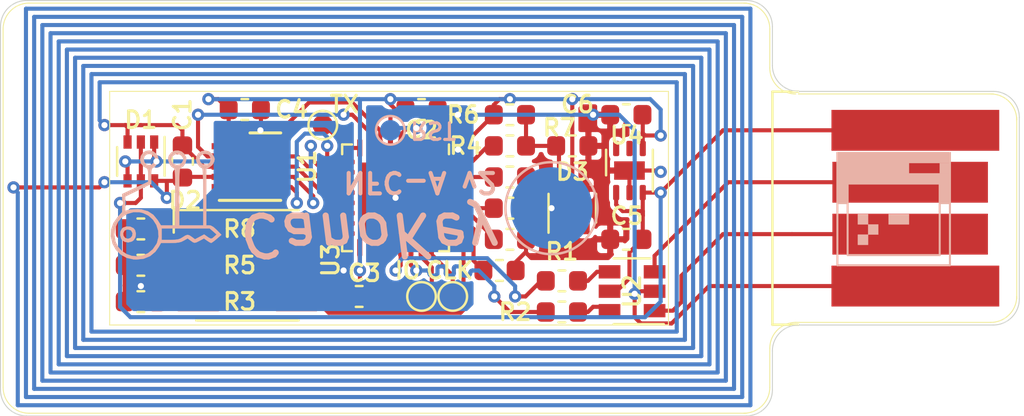
<source format=kicad_pcb>
(kicad_pcb (version 20171130) (host pcbnew 5.1.6-c6e7f7d~86~ubuntu20.04.1)

  (general
    (thickness 1.6)
    (drawings 58)
    (tracks 433)
    (zones 0)
    (modules 32)
    (nets 43)
  )

  (page A4)
  (title_block
    (title "CanoKey NFC-A v2")
    (date 2020-07-01)
    (company CanoKey)
    (comment 2 MuratovAS)
  )

  (layers
    (0 F.Cu signal)
    (31 B.Cu signal)
    (32 B.Adhes user)
    (33 F.Adhes user)
    (34 B.Paste user)
    (35 F.Paste user)
    (36 B.SilkS user)
    (37 F.SilkS user)
    (38 B.Mask user)
    (39 F.Mask user)
    (40 Dwgs.User user)
    (41 Cmts.User user)
    (42 Eco1.User user)
    (43 Eco2.User user)
    (44 Edge.Cuts user)
    (45 Margin user)
    (46 B.CrtYd user)
    (47 F.CrtYd user)
    (48 B.Fab user)
    (49 F.Fab user)
  )

  (setup
    (last_trace_width 0.2)
    (trace_clearance 0.2)
    (zone_clearance 0.2)
    (zone_45_only no)
    (trace_min 0.2)
    (via_size 0.6)
    (via_drill 0.3)
    (via_min_size 0.4)
    (via_min_drill 0.3)
    (uvia_size 0.3)
    (uvia_drill 0.1)
    (uvias_allowed no)
    (uvia_min_size 0.2)
    (uvia_min_drill 0.1)
    (edge_width 0.05)
    (segment_width 0.2)
    (pcb_text_width 0.3)
    (pcb_text_size 1.5 1.5)
    (mod_edge_width 0.12)
    (mod_text_size 1 1)
    (mod_text_width 0.15)
    (pad_size 4 4)
    (pad_drill 0)
    (pad_to_mask_clearance 0.05)
    (aux_axis_origin 0 0)
    (visible_elements FFFDF77F)
    (pcbplotparams
      (layerselection 0x010fc_ffffffff)
      (usegerberextensions false)
      (usegerberattributes false)
      (usegerberadvancedattributes false)
      (creategerberjobfile false)
      (excludeedgelayer true)
      (linewidth 0.100000)
      (plotframeref false)
      (viasonmask false)
      (mode 1)
      (useauxorigin false)
      (hpglpennumber 1)
      (hpglpenspeed 20)
      (hpglpendiameter 15.000000)
      (psnegative false)
      (psa4output false)
      (plotreference true)
      (plotvalue false)
      (plotinvisibletext false)
      (padsonsilk false)
      (subtractmaskfromsilk false)
      (outputformat 1)
      (mirror false)
      (drillshape 0)
      (scaleselection 1)
      (outputdirectory "/media/muratovas/NTFS/Project/GitHub/canokey-hardware/CanoKey NFC-A v2/Manufacturing/"))
  )

  (net 0 "")
  (net 1 /L1)
  (net 2 GND)
  (net 3 +3V3)
  (net 4 +5V)
  (net 5 /LEDB)
  (net 6 /LEDG)
  (net 7 /LEDR)
  (net 8 "Net-(D2-Pad3)")
  (net 9 "Net-(D2-Pad2)")
  (net 10 "Net-(D2-Pad1)")
  (net 11 "Net-(D3-Pad3)")
  (net 12 "Net-(J1-Pad2)")
  (net 13 "Net-(J1-Pad3)")
  (net 14 /PB4)
  (net 15 /PB5)
  (net 16 /PB6)
  (net 17 /PB7)
  (net 18 "Net-(R1-Pad2)")
  (net 19 /USB_N)
  (net 20 "Net-(R2-Pad2)")
  (net 21 /USB_P)
  (net 22 /TOUCH)
  (net 23 /DBG_TX)
  (net 24 /SWDIO)
  (net 25 /SWCLK)
  (net 26 /IRQN)
  (net 27 /MISO)
  (net 28 /MOSI)
  (net 29 /SCLK)
  (net 30 /SSN)
  (net 31 /V_RF)
  (net 32 "Net-(U3-Pad25)")
  (net 33 "Net-(U3-Pad20)")
  (net 34 "Net-(U3-Pad19)")
  (net 35 "Net-(U3-Pad18)")
  (net 36 "Net-(U3-Pad9)")
  (net 37 /RST)
  (net 38 "Net-(U3-Pad3)")
  (net 39 "Net-(U3-Pad2)")
  (net 40 "Net-(U4-Pad6)")
  (net 41 "Net-(U4-Pad5)")
  (net 42 "Net-(D3-Pad6)")

  (net_class Default "This is the default net class."
    (clearance 0.2)
    (trace_width 0.2)
    (via_dia 0.6)
    (via_drill 0.3)
    (uvia_dia 0.3)
    (uvia_drill 0.1)
    (diff_pair_width 0.2)
    (diff_pair_gap 0.2)
    (add_net +3V3)
    (add_net +5V)
    (add_net /DBG_TX)
    (add_net /IRQN)
    (add_net /L1)
    (add_net /LEDB)
    (add_net /LEDG)
    (add_net /LEDR)
    (add_net /MISO)
    (add_net /MOSI)
    (add_net /PB4)
    (add_net /PB5)
    (add_net /PB6)
    (add_net /PB7)
    (add_net /RST)
    (add_net /SCLK)
    (add_net /SSN)
    (add_net /SWCLK)
    (add_net /SWDIO)
    (add_net /TOUCH)
    (add_net /USB_N)
    (add_net /USB_P)
    (add_net /V_RF)
    (add_net GND)
    (add_net "Net-(D2-Pad1)")
    (add_net "Net-(D2-Pad2)")
    (add_net "Net-(D2-Pad3)")
    (add_net "Net-(D3-Pad3)")
    (add_net "Net-(D3-Pad6)")
    (add_net "Net-(J1-Pad2)")
    (add_net "Net-(J1-Pad3)")
    (add_net "Net-(R1-Pad2)")
    (add_net "Net-(R2-Pad2)")
    (add_net "Net-(U3-Pad18)")
    (add_net "Net-(U3-Pad19)")
    (add_net "Net-(U3-Pad2)")
    (add_net "Net-(U3-Pad20)")
    (add_net "Net-(U3-Pad25)")
    (add_net "Net-(U3-Pad3)")
    (add_net "Net-(U3-Pad9)")
    (add_net "Net-(U4-Pad5)")
    (add_net "Net-(U4-Pad6)")
  )

  (module MAS_Package_nostd:CanoKeys (layer B.Cu) (tedit 5EFC8925) (tstamp 5EFCA5AB)
    (at 145.034 101.981)
    (fp_text reference G*** (at -0.508 5.08) (layer B.SilkS) hide
      (effects (font (size 1.524 1.524) (thickness 0.3)) (justify mirror))
    )
    (fp_text value LOGO (at 0 3.048) (layer B.SilkS) hide
      (effects (font (size 1.524 1.524) (thickness 0.3)) (justify mirror))
    )
    (fp_poly (pts (xy -1.712956 1.250487) (xy -1.619392 1.184769) (xy -1.533992 1.039379) (xy -1.511345 0.863638)
      (xy -1.55099 0.697407) (xy -1.626148 0.598942) (xy -1.786239 0.523749) (xy -1.970063 0.514485)
      (xy -2.134668 0.570329) (xy -2.1844 0.6096) (xy -2.265906 0.755862) (xy -2.273378 0.845242)
      (xy -2.135357 0.845242) (xy -2.074633 0.723377) (xy -2.07264 0.72136) (xy -1.973602 0.670465)
      (xy -1.905 0.6604) (xy -1.788423 0.687911) (xy -1.73736 0.72136) (xy -1.675021 0.84277)
      (xy -1.691221 0.971769) (xy -1.771688 1.07462) (xy -1.902148 1.117584) (xy -1.905001 1.1176)
      (xy -2.036267 1.076092) (xy -2.117811 0.97406) (xy -2.135357 0.845242) (xy -2.273378 0.845242)
      (xy -2.28113 0.937952) (xy -2.22959 1.114282) (xy -2.190946 1.172933) (xy -2.056378 1.266339)
      (xy -1.88403 1.29246) (xy -1.712956 1.250487)) (layer B.SilkS) (width 0.01))
    (fp_poly (pts (xy -1.128088 2.090355) (xy -0.816729 1.96223) (xy -0.560862 1.749697) (xy -0.398398 1.520622)
      (xy -0.286092 1.3208) (xy 0.167537 1.320801) (xy 0.409038 1.315989) (xy 0.579905 1.298068)
      (xy 0.710798 1.261811) (xy 0.818736 1.20976) (xy 1.016305 1.09872) (xy 1.166495 1.20976)
      (xy 1.2738 1.284702) (xy 1.35349 1.31208) (xy 1.442921 1.29197) (xy 1.579449 1.224444)
      (xy 1.605533 1.210637) (xy 1.814066 1.100191) (xy 1.968975 1.210496) (xy 2.080879 1.282302)
      (xy 2.158684 1.318273) (xy 2.166842 1.319285) (xy 2.225496 1.287499) (xy 2.333569 1.20666)
      (xy 2.4384 1.119315) (xy 2.667 0.920861) (xy 2.440523 0.689031) (xy 2.276206 0.540301)
      (xy 2.144152 0.468316) (xy 2.072223 0.4572) (xy 1.9304 0.4572) (xy 1.9304 -2.311998)
      (xy 2.075015 -2.376011) (xy 2.222849 -2.491727) (xy 2.316676 -2.664833) (xy 2.3368 -2.792492)
      (xy 2.305471 -2.891299) (xy 2.227899 -3.015805) (xy 2.205284 -3.044102) (xy 2.048856 -3.16446)
      (xy 1.870994 -3.203827) (xy 1.695674 -3.170641) (xy 1.546878 -3.073341) (xy 1.448585 -2.920366)
      (xy 1.42701 -2.795318) (xy 1.592764 -2.795318) (xy 1.634739 -2.92172) (xy 1.734031 -3.010319)
      (xy 1.868526 -3.043787) (xy 2.016106 -3.004793) (xy 2.05404 -2.980538) (xy 2.124125 -2.879717)
      (xy 2.1463 -2.7686) (xy 2.10638 -2.62122) (xy 2.005916 -2.528688) (xy 1.873855 -2.497743)
      (xy 1.73914 -2.535123) (xy 1.630716 -2.647568) (xy 1.630224 -2.648446) (xy 1.592764 -2.795318)
      (xy 1.42701 -2.795318) (xy 1.4224 -2.7686) (xy 1.452708 -2.635555) (xy 1.527913 -2.496831)
      (xy 1.62443 -2.386104) (xy 1.718675 -2.337053) (xy 1.724774 -2.3368) (xy 1.742959 -2.288569)
      (xy 1.757314 -2.143203) (xy 1.767878 -1.899687) (xy 1.774689 -1.55701) (xy 1.777786 -1.114158)
      (xy 1.778 -0.9398) (xy 1.778 0.4572) (xy 0.6096 0.4572) (xy 0.6096 -0.936376)
      (xy 0.60983 -1.348592) (xy 0.611083 -1.670673) (xy 0.614197 -1.914087) (xy 0.620013 -2.0903)
      (xy 0.62937 -2.210777) (xy 0.643107 -2.286986) (xy 0.662065 -2.330391) (xy 0.687083 -2.352459)
      (xy 0.714092 -2.363117) (xy 0.817149 -2.440523) (xy 0.902592 -2.578601) (xy 0.950841 -2.736444)
      (xy 0.948618 -2.85315) (xy 0.860704 -3.03488) (xy 0.720201 -3.151399) (xy 0.550676 -3.202358)
      (xy 0.375693 -3.187408) (xy 0.218815 -3.106202) (xy 0.103609 -2.95839) (xy 0.070639 -2.866131)
      (xy 0.07053 -2.779903) (xy 0.2032 -2.779903) (xy 0.244566 -2.877851) (xy 0.342766 -2.975793)
      (xy 0.45895 -3.039555) (xy 0.508 -3.048) (xy 0.618588 -3.013522) (xy 0.7112 -2.9464)
      (xy 0.797522 -2.828828) (xy 0.796542 -2.714767) (xy 0.733719 -2.602103) (xy 0.619582 -2.512983)
      (xy 0.478834 -2.497521) (xy 0.342123 -2.545446) (xy 0.240096 -2.646488) (xy 0.2032 -2.779903)
      (xy 0.07053 -2.779903) (xy 0.070446 -2.713981) (xy 0.124923 -2.552047) (xy 0.215765 -2.420139)
      (xy 0.301907 -2.363117) (xy 0.33281 -2.350229) (xy 0.356931 -2.325866) (xy 0.375108 -2.278563)
      (xy 0.388182 -2.196854) (xy 0.396993 -2.069271) (xy 0.40238 -1.88435) (xy 0.405184 -1.630624)
      (xy 0.406243 -1.296627) (xy 0.4064 -0.936376) (xy 0.4064 0.4572) (xy 0.058393 0.457201)
      (xy -0.289614 0.457201) (xy -0.444212 0.208503) (xy -0.65987 -0.054789) (xy -0.925409 -0.229788)
      (xy -1.242646 -0.317492) (xy -1.420952 -0.328921) (xy -1.618357 -0.323606) (xy -1.794253 -0.308509)
      (xy -1.8923 -0.291132) (xy -2.032 -0.252064) (xy -2.032 -0.948907) (xy -1.397 -1.26004)
      (xy -0.762 -1.571174) (xy -0.762 -1.950563) (xy -0.759067 -2.147294) (xy -0.746361 -2.265617)
      (xy -0.718029 -2.328649) (xy -0.668216 -2.359509) (xy -0.657508 -2.363117) (xy -0.5508 -2.442642)
      (xy -0.465881 -2.583895) (xy -0.421057 -2.747065) (xy -0.42624 -2.866131) (xy -0.514975 -3.040583)
      (xy -0.662326 -3.156892) (xy -0.841099 -3.206467) (xy -1.024099 -3.180715) (xy -1.158207 -3.097394)
      (xy -1.271765 -2.933416) (xy -1.299884 -2.777494) (xy -1.1303 -2.777494) (xy -1.090232 -2.920121)
      (xy -0.989498 -3.009067) (xy -0.85731 -3.038035) (xy -0.722876 -3.000728) (xy -0.615406 -2.89085)
      (xy -0.614225 -2.888753) (xy -0.568028 -2.782596) (xy -0.582756 -2.696035) (xy -0.626494 -2.622053)
      (xy -0.746044 -2.511248) (xy -0.883479 -2.482942) (xy -1.011402 -2.528682) (xy -1.102415 -2.640014)
      (xy -1.1303 -2.777494) (xy -1.299884 -2.777494) (xy -1.305095 -2.748604) (xy -1.261918 -2.570668)
      (xy -1.14596 -2.427315) (xy -1.061413 -2.377072) (xy -0.980959 -2.33465) (xy -0.936916 -2.278935)
      (xy -0.918371 -2.181408) (xy -0.914414 -2.013551) (xy -0.9144 -1.992846) (xy -0.9144 -1.673694)
      (xy -2.1844 -1.073442) (xy -2.1844 -0.192728) (xy -2.405647 0.053352) (xy -2.612445 0.348498)
      (xy -2.720768 0.666153) (xy -2.728766 0.889) (xy -2.563088 0.889) (xy -2.515325 0.565506)
      (xy -2.385797 0.286086) (xy -2.188593 0.061159) (xy -1.937805 -0.098855) (xy -1.64752 -0.183538)
      (xy -1.331831 -0.182472) (xy -1.164453 -0.145215) (xy -0.893459 -0.015084) (xy -0.673468 0.186141)
      (xy -0.513144 0.438612) (xy -0.421148 0.722483) (xy -0.406143 1.017904) (xy -0.443173 1.1684)
      (xy -0.254 1.1684) (xy -0.254 0.6096) (xy 2.094787 0.6096) (xy 2.430363 0.90424)
      (xy 2.316807 1.01092) (xy 2.221225 1.09089) (xy 2.145276 1.108377) (xy 2.050075 1.063332)
      (xy 1.973444 1.010478) (xy 1.823005 0.903356) (xy 1.599712 1.021813) (xy 1.376418 1.14027)
      (xy 1.223666 1.027335) (xy 1.100453 0.945781) (xy 1.004958 0.923236) (xy 0.899351 0.960881)
      (xy 0.772912 1.0414) (xy 0.663496 1.106489) (xy 0.551376 1.144901) (xy 0.404682 1.163306)
      (xy 0.191546 1.168371) (xy 0.166007 1.1684) (xy -0.254 1.1684) (xy -0.443173 1.1684)
      (xy -0.476792 1.305027) (xy -0.505008 1.365734) (xy -0.688068 1.631445) (xy -0.915487 1.819417)
      (xy -1.172522 1.933066) (xy -1.44443 1.975808) (xy -1.716467 1.951057) (xy -1.97389 1.862229)
      (xy -2.201955 1.712739) (xy -2.38592 1.506001) (xy -2.511039 1.245432) (xy -2.562571 0.934445)
      (xy -2.563088 0.889) (xy -2.728766 0.889) (xy -2.732856 1.002931) (xy -2.652661 1.353752)
      (xy -2.491381 1.65098) (xy -2.259478 1.885091) (xy -1.967409 2.046565) (xy -1.625636 2.125878)
      (xy -1.492104 2.132485) (xy -1.128088 2.090355)) (layer B.SilkS) (width 0.01))
  )

  (module Capacitor_SMD:C_0603_1608Metric (layer F.Cu) (tedit 5B301BBE) (tstamp 5EFCB6CC)
    (at 167.4875 97.028 180)
    (descr "Capacitor SMD 0603 (1608 Metric), square (rectangular) end terminal, IPC_7351 nominal, (Body size source: http://www.tortai-tech.com/upload/download/2011102023233369053.pdf), generated with kicad-footprint-generator")
    (tags capacitor)
    (path /5F13AB08)
    (attr smd)
    (fp_text reference C6 (at 2.3875 0.508) (layer F.SilkS)
      (effects (font (size 0.8128 0.8128) (thickness 0.1524)))
    )
    (fp_text value 1u (at 0 1.43) (layer F.Fab)
      (effects (font (size 1 1) (thickness 0.15)))
    )
    (fp_line (start 1.48 0.73) (end -1.48 0.73) (layer F.CrtYd) (width 0.05))
    (fp_line (start 1.48 -0.73) (end 1.48 0.73) (layer F.CrtYd) (width 0.05))
    (fp_line (start -1.48 -0.73) (end 1.48 -0.73) (layer F.CrtYd) (width 0.05))
    (fp_line (start -1.48 0.73) (end -1.48 -0.73) (layer F.CrtYd) (width 0.05))
    (fp_line (start -0.162779 0.51) (end 0.162779 0.51) (layer F.SilkS) (width 0.12))
    (fp_line (start -0.162779 -0.51) (end 0.162779 -0.51) (layer F.SilkS) (width 0.12))
    (fp_line (start 0.8 0.4) (end -0.8 0.4) (layer F.Fab) (width 0.1))
    (fp_line (start 0.8 -0.4) (end 0.8 0.4) (layer F.Fab) (width 0.1))
    (fp_line (start -0.8 -0.4) (end 0.8 -0.4) (layer F.Fab) (width 0.1))
    (fp_line (start -0.8 0.4) (end -0.8 -0.4) (layer F.Fab) (width 0.1))
    (fp_text user %R (at 0 0) (layer F.Fab)
      (effects (font (size 0.4 0.4) (thickness 0.06)))
    )
    (pad 2 smd roundrect (at 0.7875 0 180) (size 0.875 0.95) (layers F.Cu F.Paste F.Mask) (roundrect_rratio 0.25)
      (net 2 GND))
    (pad 1 smd roundrect (at -0.7875 0 180) (size 0.875 0.95) (layers F.Cu F.Paste F.Mask) (roundrect_rratio 0.25)
      (net 3 +3V3))
    (model ${KISYS3DMOD}/Capacitor_SMD.3dshapes/C_0603_1608Metric.wrl
      (at (xyz 0 0 0))
      (scale (xyz 1 1 1))
      (rotate (xyz 0 0 0))
    )
  )

  (module Package_DFN_QFN:DFN-10-1EP_3x3mm_P0.5mm_EP1.55x2.48mm (layer F.Cu) (tedit 5EA4BECA) (tstamp 5EFCB826)
    (at 149.098 99.568)
    (descr "10-Lead Plastic Dual Flat, No Lead Package (MF) - 3x3x0.9 mm Body [DFN] (see Microchip Packaging Specification 00000049BS.pdf)")
    (tags "DFN 0.5")
    (path /5EF0E2A1)
    (attr smd)
    (fp_text reference U1 (at 2.794 0 90) (layer F.SilkS)
      (effects (font (size 0.8128 0.8128) (thickness 0.1524)))
    )
    (fp_text value FM11NC08S (at 0 2.575) (layer F.Fab)
      (effects (font (size 1 1) (thickness 0.15)))
    )
    (fp_line (start 0 -1.65) (end 1.5 -1.65) (layer F.SilkS) (width 0.15))
    (fp_line (start -1.5 1.65) (end 1.5 1.65) (layer F.SilkS) (width 0.15))
    (fp_line (start -2.15 1.85) (end 2.15 1.85) (layer F.CrtYd) (width 0.05))
    (fp_line (start -2.15 -1.85) (end 2.15 -1.85) (layer F.CrtYd) (width 0.05))
    (fp_line (start 2.15 -1.85) (end 2.15 1.85) (layer F.CrtYd) (width 0.05))
    (fp_line (start -2.15 -1.85) (end -2.15 1.85) (layer F.CrtYd) (width 0.05))
    (fp_line (start -1.5 -0.5) (end -0.5 -1.5) (layer F.Fab) (width 0.15))
    (fp_line (start -1.5 1.5) (end -1.5 -0.5) (layer F.Fab) (width 0.15))
    (fp_line (start 1.5 1.5) (end -1.5 1.5) (layer F.Fab) (width 0.15))
    (fp_line (start 1.5 -1.5) (end 1.5 1.5) (layer F.Fab) (width 0.15))
    (fp_line (start -0.5 -1.5) (end 1.5 -1.5) (layer F.Fab) (width 0.15))
    (fp_text user %R (at 0 0) (layer F.Fab)
      (effects (font (size 0.7 0.7) (thickness 0.105)))
    )
    (pad "" smd rect (at 0.3875 0.62) (size 0.6 1.05) (layers F.Paste))
    (pad "" smd rect (at -0.3875 0.62) (size 0.6 1.05) (layers F.Paste))
    (pad "" smd rect (at -0.3875 -0.62) (size 0.6 1.05) (layers F.Paste))
    (pad 11 smd rect (at 0 0) (size 1.55 2.48) (layers F.Cu F.Mask)
      (net 2 GND))
    (pad "" smd rect (at 0.3875 -0.62) (size 0.6 1.05) (layers F.Paste))
    (pad 10 smd rect (at 1.55 -1) (size 0.65 0.3) (layers F.Cu F.Paste F.Mask)
      (net 26 /IRQN))
    (pad 9 smd rect (at 1.55 -0.5) (size 0.65 0.3) (layers F.Cu F.Paste F.Mask)
      (net 27 /MISO))
    (pad 8 smd rect (at 1.55 0) (size 0.65 0.3) (layers F.Cu F.Paste F.Mask)
      (net 28 /MOSI))
    (pad 7 smd rect (at 1.55 0.5) (size 0.65 0.3) (layers F.Cu F.Paste F.Mask)
      (net 29 /SCLK))
    (pad 6 smd rect (at 1.55 1) (size 0.65 0.3) (layers F.Cu F.Paste F.Mask)
      (net 30 /SSN))
    (pad 5 smd rect (at -1.55 1) (size 0.65 0.3) (layers F.Cu F.Paste F.Mask)
      (net 2 GND))
    (pad 4 smd rect (at -1.55 0.5) (size 0.65 0.3) (layers F.Cu F.Paste F.Mask)
      (net 1 /L1))
    (pad 3 smd rect (at -1.55 0) (size 0.65 0.3) (layers F.Cu F.Paste F.Mask)
      (net 1 /L1))
    (pad 2 smd rect (at -1.55 -0.5) (size 0.65 0.3) (layers F.Cu F.Paste F.Mask)
      (net 31 /V_RF))
    (pad 1 smd rect (at -1.55 -1) (size 0.65 0.3) (layers F.Cu F.Paste F.Mask)
      (net 3 +3V3))
    (model ${KISYS3DMOD}/Package_DFN_QFN.3dshapes/DFN-10-1EP_3x3mm_P0.5mm_EP1.55x2.48mm.wrl
      (at (xyz 0 0 0))
      (scale (xyz 1 1 1))
      (rotate (xyz 0 0 0))
    )
  )

  (module TestPoint:TestPoint_Pad_D4.0mm (layer B.Cu) (tedit 5A0F774F) (tstamp 5EFCB807)
    (at 163.83 101.6)
    (descr "SMD pad as test Point, diameter 4.0mm")
    (tags "test point SMD pad")
    (path /5F22D5EF)
    (attr virtual)
    (fp_text reference TP4 (at 0 2.898) (layer B.SilkS) hide
      (effects (font (size 1 1) (thickness 0.15)) (justify mirror))
    )
    (fp_text value TestPoint (at 0 -3.1) (layer B.Fab)
      (effects (font (size 1 1) (thickness 0.15)) (justify mirror))
    )
    (fp_circle (center 0 0) (end 0 -2.25) (layer B.SilkS) (width 0.12))
    (fp_circle (center 0 0) (end 2.5 0) (layer B.CrtYd) (width 0.05))
    (fp_text user %R (at 0 2.9) (layer B.Fab)
      (effects (font (size 1 1) (thickness 0.15)) (justify mirror))
    )
    (pad 1 smd circle (at 0 0) (size 4 4) (layers B.Cu B.Mask)
      (net 42 "Net-(D3-Pad6)"))
  )

  (module TestPoint:TestPoint_Pad_D1.0mm (layer B.Cu) (tedit 5A0F774F) (tstamp 5EFD643E)
    (at 155.956 97.79)
    (descr "SMD pad as test Point, diameter 1.0mm")
    (tags "test point SMD pad")
    (path /5F373F27)
    (attr virtual)
    (fp_text reference TP5 (at 0 1.448) (layer B.SilkS) hide
      (effects (font (size 1 1) (thickness 0.15)) (justify mirror))
    )
    (fp_text value TestPoint (at 0 -1.55) (layer B.Fab)
      (effects (font (size 1 1) (thickness 0.15)) (justify mirror))
    )
    (fp_circle (center 0 0) (end 0 -0.7) (layer B.SilkS) (width 0.12))
    (fp_circle (center 0 0) (end 1 0) (layer B.CrtYd) (width 0.05))
    (fp_text user %R (at 0 1.45) (layer B.Fab)
      (effects (font (size 1 1) (thickness 0.15)) (justify mirror))
    )
    (pad 1 smd circle (at 0 0) (size 1 1) (layers B.Cu B.Mask)
      (net 37 /RST))
  )

  (module Resistor_SMD:R_0603_1608Metric (layer F.Cu) (tedit 5B301BBD) (tstamp 5EFD1A05)
    (at 161.798 100.076 180)
    (descr "Resistor SMD 0603 (1608 Metric), square (rectangular) end terminal, IPC_7351 nominal, (Body size source: http://www.tortai-tech.com/upload/download/2011102023233369053.pdf), generated with kicad-footprint-generator")
    (tags resistor)
    (path /5F306DEF)
    (attr smd)
    (fp_text reference R12 (at 0 4.826) (layer F.SilkS) hide
      (effects (font (size 0.8128 0.8128) (thickness 0.1524)))
    )
    (fp_text value ~ (at 0 1.43) (layer F.Fab)
      (effects (font (size 1 1) (thickness 0.15)))
    )
    (fp_line (start 1.48 0.73) (end -1.48 0.73) (layer F.CrtYd) (width 0.05))
    (fp_line (start 1.48 -0.73) (end 1.48 0.73) (layer F.CrtYd) (width 0.05))
    (fp_line (start -1.48 -0.73) (end 1.48 -0.73) (layer F.CrtYd) (width 0.05))
    (fp_line (start -1.48 0.73) (end -1.48 -0.73) (layer F.CrtYd) (width 0.05))
    (fp_line (start -0.162779 0.51) (end 0.162779 0.51) (layer F.SilkS) (width 0.12))
    (fp_line (start -0.162779 -0.51) (end 0.162779 -0.51) (layer F.SilkS) (width 0.12))
    (fp_line (start 0.8 0.4) (end -0.8 0.4) (layer F.Fab) (width 0.1))
    (fp_line (start 0.8 -0.4) (end 0.8 0.4) (layer F.Fab) (width 0.1))
    (fp_line (start -0.8 -0.4) (end 0.8 -0.4) (layer F.Fab) (width 0.1))
    (fp_line (start -0.8 0.4) (end -0.8 -0.4) (layer F.Fab) (width 0.1))
    (fp_text user %R (at 0 0) (layer F.Fab)
      (effects (font (size 0.4 0.4) (thickness 0.06)))
    )
    (pad 2 smd roundrect (at 0.7875 0 180) (size 0.875 0.95) (layers F.Cu F.Paste F.Mask) (roundrect_rratio 0.25)
      (net 17 /PB7))
    (pad 1 smd roundrect (at -0.7875 0 180) (size 0.875 0.95) (layers F.Cu F.Paste F.Mask) (roundrect_rratio 0.25)
      (net 2 GND))
    (model ${KISYS3DMOD}/Resistor_SMD.3dshapes/R_0603_1608Metric.wrl
      (at (xyz 0 0 0))
      (scale (xyz 1 1 1))
      (rotate (xyz 0 0 0))
    )
  )

  (module Resistor_SMD:R_0603_1608Metric (layer F.Cu) (tedit 5B301BBD) (tstamp 5EFE9145)
    (at 161.798 101.6 180)
    (descr "Resistor SMD 0603 (1608 Metric), square (rectangular) end terminal, IPC_7351 nominal, (Body size source: http://www.tortai-tech.com/upload/download/2011102023233369053.pdf), generated with kicad-footprint-generator")
    (tags resistor)
    (path /5F306DE7)
    (attr smd)
    (fp_text reference R11 (at 0.508 -4.318) (layer F.SilkS) hide
      (effects (font (size 0.8128 0.8128) (thickness 0.1524)))
    )
    (fp_text value ~ (at 0 1.43) (layer F.Fab)
      (effects (font (size 1 1) (thickness 0.15)))
    )
    (fp_line (start 1.48 0.73) (end -1.48 0.73) (layer F.CrtYd) (width 0.05))
    (fp_line (start 1.48 -0.73) (end 1.48 0.73) (layer F.CrtYd) (width 0.05))
    (fp_line (start -1.48 -0.73) (end 1.48 -0.73) (layer F.CrtYd) (width 0.05))
    (fp_line (start -1.48 0.73) (end -1.48 -0.73) (layer F.CrtYd) (width 0.05))
    (fp_line (start -0.162779 0.51) (end 0.162779 0.51) (layer F.SilkS) (width 0.12))
    (fp_line (start -0.162779 -0.51) (end 0.162779 -0.51) (layer F.SilkS) (width 0.12))
    (fp_line (start 0.8 0.4) (end -0.8 0.4) (layer F.Fab) (width 0.1))
    (fp_line (start 0.8 -0.4) (end 0.8 0.4) (layer F.Fab) (width 0.1))
    (fp_line (start -0.8 -0.4) (end 0.8 -0.4) (layer F.Fab) (width 0.1))
    (fp_line (start -0.8 0.4) (end -0.8 -0.4) (layer F.Fab) (width 0.1))
    (fp_text user %R (at 0 0) (layer F.Fab)
      (effects (font (size 0.4 0.4) (thickness 0.06)))
    )
    (pad 2 smd roundrect (at 0.7875 0 180) (size 0.875 0.95) (layers F.Cu F.Paste F.Mask) (roundrect_rratio 0.25)
      (net 16 /PB6))
    (pad 1 smd roundrect (at -0.7875 0 180) (size 0.875 0.95) (layers F.Cu F.Paste F.Mask) (roundrect_rratio 0.25)
      (net 2 GND))
    (model ${KISYS3DMOD}/Resistor_SMD.3dshapes/R_0603_1608Metric.wrl
      (at (xyz 0 0 0))
      (scale (xyz 1 1 1))
      (rotate (xyz 0 0 0))
    )
  )

  (module Resistor_SMD:R_0603_1608Metric (layer F.Cu) (tedit 5B301BBD) (tstamp 5EFD19E3)
    (at 161.798 103.124 180)
    (descr "Resistor SMD 0603 (1608 Metric), square (rectangular) end terminal, IPC_7351 nominal, (Body size source: http://www.tortai-tech.com/upload/download/2011102023233369053.pdf), generated with kicad-footprint-generator")
    (tags resistor)
    (path /5F2E5517)
    (attr smd)
    (fp_text reference R10 (at 0.508 -3.81) (layer F.SilkS) hide
      (effects (font (size 0.8128 0.8128) (thickness 0.1524)))
    )
    (fp_text value ~ (at 0 1.43) (layer F.Fab)
      (effects (font (size 1 1) (thickness 0.15)))
    )
    (fp_line (start 1.48 0.73) (end -1.48 0.73) (layer F.CrtYd) (width 0.05))
    (fp_line (start 1.48 -0.73) (end 1.48 0.73) (layer F.CrtYd) (width 0.05))
    (fp_line (start -1.48 -0.73) (end 1.48 -0.73) (layer F.CrtYd) (width 0.05))
    (fp_line (start -1.48 0.73) (end -1.48 -0.73) (layer F.CrtYd) (width 0.05))
    (fp_line (start -0.162779 0.51) (end 0.162779 0.51) (layer F.SilkS) (width 0.12))
    (fp_line (start -0.162779 -0.51) (end 0.162779 -0.51) (layer F.SilkS) (width 0.12))
    (fp_line (start 0.8 0.4) (end -0.8 0.4) (layer F.Fab) (width 0.1))
    (fp_line (start 0.8 -0.4) (end 0.8 0.4) (layer F.Fab) (width 0.1))
    (fp_line (start -0.8 -0.4) (end 0.8 -0.4) (layer F.Fab) (width 0.1))
    (fp_line (start -0.8 0.4) (end -0.8 -0.4) (layer F.Fab) (width 0.1))
    (fp_text user %R (at 0 0) (layer F.Fab)
      (effects (font (size 0.4 0.4) (thickness 0.06)))
    )
    (pad 2 smd roundrect (at 0.7875 0 180) (size 0.875 0.95) (layers F.Cu F.Paste F.Mask) (roundrect_rratio 0.25)
      (net 15 /PB5))
    (pad 1 smd roundrect (at -0.7875 0 180) (size 0.875 0.95) (layers F.Cu F.Paste F.Mask) (roundrect_rratio 0.25)
      (net 2 GND))
    (model ${KISYS3DMOD}/Resistor_SMD.3dshapes/R_0603_1608Metric.wrl
      (at (xyz 0 0 0))
      (scale (xyz 1 1 1))
      (rotate (xyz 0 0 0))
    )
  )

  (module Resistor_SMD:R_0603_1608Metric (layer F.Cu) (tedit 5B301BBD) (tstamp 5EFD19D2)
    (at 161.29 104.648 180)
    (descr "Resistor SMD 0603 (1608 Metric), square (rectangular) end terminal, IPC_7351 nominal, (Body size source: http://www.tortai-tech.com/upload/download/2011102023233369053.pdf), generated with kicad-footprint-generator")
    (tags resistor)
    (path /5F2CB1FF)
    (attr smd)
    (fp_text reference R9 (at 0 -3.556) (layer F.SilkS) hide
      (effects (font (size 0.8128 0.8128) (thickness 0.1524)))
    )
    (fp_text value ~ (at 0 1.43) (layer F.Fab)
      (effects (font (size 1 1) (thickness 0.15)))
    )
    (fp_line (start 1.48 0.73) (end -1.48 0.73) (layer F.CrtYd) (width 0.05))
    (fp_line (start 1.48 -0.73) (end 1.48 0.73) (layer F.CrtYd) (width 0.05))
    (fp_line (start -1.48 -0.73) (end 1.48 -0.73) (layer F.CrtYd) (width 0.05))
    (fp_line (start -1.48 0.73) (end -1.48 -0.73) (layer F.CrtYd) (width 0.05))
    (fp_line (start -0.162779 0.51) (end 0.162779 0.51) (layer F.SilkS) (width 0.12))
    (fp_line (start -0.162779 -0.51) (end 0.162779 -0.51) (layer F.SilkS) (width 0.12))
    (fp_line (start 0.8 0.4) (end -0.8 0.4) (layer F.Fab) (width 0.1))
    (fp_line (start 0.8 -0.4) (end 0.8 0.4) (layer F.Fab) (width 0.1))
    (fp_line (start -0.8 -0.4) (end 0.8 -0.4) (layer F.Fab) (width 0.1))
    (fp_line (start -0.8 0.4) (end -0.8 -0.4) (layer F.Fab) (width 0.1))
    (fp_text user %R (at 0 0) (layer F.Fab)
      (effects (font (size 0.4 0.4) (thickness 0.06)))
    )
    (pad 2 smd roundrect (at 0.7875 0 180) (size 0.875 0.95) (layers F.Cu F.Paste F.Mask) (roundrect_rratio 0.25)
      (net 14 /PB4))
    (pad 1 smd roundrect (at -0.7875 0 180) (size 0.875 0.95) (layers F.Cu F.Paste F.Mask) (roundrect_rratio 0.25)
      (net 2 GND))
    (model ${KISYS3DMOD}/Resistor_SMD.3dshapes/R_0603_1608Metric.wrl
      (at (xyz 0 0 0))
      (scale (xyz 1 1 1))
      (rotate (xyz 0 0 0))
    )
  )

  (module MAS_Package_nostd:UDFN-6-1EP_2x2mm_P0.65mm_EP0.9x1.65mm (layer F.Cu) (tedit 5EFC3C8B) (tstamp 5EFEADBD)
    (at 167.64 99.7585 90)
    (descr "UDFN, 6 Pin (http://ww1.microchip.com/downloads/en/DeviceDoc/6L_UDFN_2x2x0_6mm_HTA_C04-01156a.pdf)")
    (tags "UDFN NoLead")
    (path /5EEF66AB)
    (attr smd)
    (fp_text reference U4 (at 1.7145 -0.127) (layer F.SilkS)
      (effects (font (size 0.8128 0.8128) (thickness 0.1524)))
    )
    (fp_text value AP7331-33SNG-7 (at 0 2.2 90) (layer F.Fab)
      (effects (font (size 1 1) (thickness 0.15)))
    )
    (fp_line (start 1.016 1.016) (end -1.016 1.016) (layer F.Fab) (width 0.1))
    (fp_line (start 1.524 -1.27) (end -1.524 -1.27) (layer F.CrtYd) (width 0.05))
    (fp_line (start -1.016 1.016) (end -1.016 -0.625) (layer F.Fab) (width 0.1))
    (fp_line (start -0.234 -1.143) (end 1.016 -1.143) (layer F.SilkS) (width 0.12))
    (fp_line (start 1.016 -1.016) (end 1.016 1.016) (layer F.Fab) (width 0.1))
    (fp_line (start -0.625 -1.016) (end 1.016 -1.016) (layer F.Fab) (width 0.1))
    (fp_line (start 1.524 1.27) (end 1.524 -1.27) (layer F.CrtYd) (width 0.05))
    (fp_line (start -1.524 1.27) (end 1.524 1.27) (layer F.CrtYd) (width 0.05))
    (fp_line (start -1.016 1.143) (end 1.016 1.143) (layer F.SilkS) (width 0.12))
    (fp_line (start -1.524 -1.27) (end -1.524 1.27) (layer F.CrtYd) (width 0.05))
    (fp_line (start -1.016 -0.635) (end -0.635 -1.016) (layer F.Fab) (width 0.1))
    (pad 1 smd roundrect (at -1.0795 -0.65 90) (size 0.75 0.3) (layers F.Cu F.Paste F.Mask) (roundrect_rratio 0.25)
      (net 4 +5V))
    (pad 7 smd rect (at 0 0 90) (size 0.9 1.5) (layers F.Cu F.Mask)
      (net 2 GND))
    (pad 4 smd roundrect (at 1.0795 0.65 90) (size 0.75 0.3) (layers F.Cu F.Paste F.Mask) (roundrect_rratio 0.25)
      (net 3 +3V3))
    (pad "" smd roundrect (at 0.1905 -0.3429 90) (size 0.52 0.81) (layers F.Paste) (roundrect_rratio 0.25))
    (pad 2 smd roundrect (at -1.0795 0 90) (size 0.75 0.3) (layers F.Cu F.Paste F.Mask) (roundrect_rratio 0.25)
      (net 2 GND))
    (pad "" smd roundrect (at 0.1905 0.3429 90) (size 0.52 0.81) (layers F.Paste) (roundrect_rratio 0.25))
    (pad "" smd roundrect (at -0.1905 0.3429 90) (size 0.52 0.81) (layers F.Paste) (roundrect_rratio 0.25))
    (pad "" smd roundrect (at -0.1905 -0.3429 90) (size 0.52 0.81) (layers F.Paste) (roundrect_rratio 0.25))
    (pad 6 smd roundrect (at 1.0795 -0.65 90) (size 0.75 0.3) (layers F.Cu F.Paste F.Mask) (roundrect_rratio 0.25)
      (net 40 "Net-(U4-Pad6)"))
    (pad 5 smd roundrect (at 1.0795 0 90) (size 0.75 0.3) (layers F.Cu F.Paste F.Mask) (roundrect_rratio 0.25)
      (net 41 "Net-(U4-Pad5)"))
    (pad 3 smd roundrect (at -1.0795 0.65 90) (size 0.75 0.3) (layers F.Cu F.Paste F.Mask) (roundrect_rratio 0.25)
      (net 4 +5V))
    (model ${KISYS3DMOD}/Package_DFN_QFN.3dshapes/TDFN-6-1EP_2.5x2.5mm_P0.65mm_EP1.3x2mm.wrl
      (at (xyz 0 0 0))
      (scale (xyz 1 1 1))
      (rotate (xyz 0 0 0))
    )
  )

  (module Package_DFN_QFN:QFN-32-1EP_5x5mm_P0.5mm_EP3.45x3.45mm (layer F.Cu) (tedit 5DC5F6A4) (tstamp 5EFEB425)
    (at 156.21 101.092 270)
    (descr "QFN, 32 Pin (http://www.analog.com/media/en/package-pcb-resources/package/pkg_pdf/ltc-legacy-qfn/QFN_32_05-08-1693.pdf), generated with kicad-footprint-generator ipc_noLead_generator.py")
    (tags "QFN NoLead")
    (path /5EEF2570)
    (attr smd)
    (fp_text reference U3 (at 3.048 3.175 270) (layer F.SilkS)
      (effects (font (size 0.8128 0.8128) (thickness 0.1524)))
    )
    (fp_text value STM32L432KCUx (at 0 3.82 90) (layer F.Fab)
      (effects (font (size 1 1) (thickness 0.15)))
    )
    (fp_line (start 3.12 -3.12) (end -3.12 -3.12) (layer F.CrtYd) (width 0.05))
    (fp_line (start 3.12 3.12) (end 3.12 -3.12) (layer F.CrtYd) (width 0.05))
    (fp_line (start -3.12 3.12) (end 3.12 3.12) (layer F.CrtYd) (width 0.05))
    (fp_line (start -3.12 -3.12) (end -3.12 3.12) (layer F.CrtYd) (width 0.05))
    (fp_line (start -2.5 -1.5) (end -1.5 -2.5) (layer F.Fab) (width 0.1))
    (fp_line (start -2.5 2.5) (end -2.5 -1.5) (layer F.Fab) (width 0.1))
    (fp_line (start 2.5 2.5) (end -2.5 2.5) (layer F.Fab) (width 0.1))
    (fp_line (start 2.5 -2.5) (end 2.5 2.5) (layer F.Fab) (width 0.1))
    (fp_line (start -1.5 -2.5) (end 2.5 -2.5) (layer F.Fab) (width 0.1))
    (fp_line (start -2.135 -2.61) (end -2.61 -2.61) (layer F.SilkS) (width 0.12))
    (fp_line (start 2.61 2.61) (end 2.61 2.135) (layer F.SilkS) (width 0.12))
    (fp_line (start 2.135 2.61) (end 2.61 2.61) (layer F.SilkS) (width 0.12))
    (fp_line (start -2.61 2.61) (end -2.61 2.135) (layer F.SilkS) (width 0.12))
    (fp_line (start -2.135 2.61) (end -2.61 2.61) (layer F.SilkS) (width 0.12))
    (fp_line (start 2.61 -2.61) (end 2.61 -2.135) (layer F.SilkS) (width 0.12))
    (fp_line (start 2.135 -2.61) (end 2.61 -2.61) (layer F.SilkS) (width 0.12))
    (fp_text user %R (at 0 0 90) (layer F.Fab)
      (effects (font (size 1 1) (thickness 0.15)))
    )
    (pad "" smd roundrect (at 1.15 1.15 270) (size 0.93 0.93) (layers F.Paste) (roundrect_rratio 0.25))
    (pad "" smd roundrect (at 1.15 0 270) (size 0.93 0.93) (layers F.Paste) (roundrect_rratio 0.25))
    (pad "" smd roundrect (at 1.15 -1.15 270) (size 0.93 0.93) (layers F.Paste) (roundrect_rratio 0.25))
    (pad "" smd roundrect (at 0 1.15 270) (size 0.93 0.93) (layers F.Paste) (roundrect_rratio 0.25))
    (pad "" smd roundrect (at 0 0 270) (size 0.93 0.93) (layers F.Paste) (roundrect_rratio 0.25))
    (pad "" smd roundrect (at 0 -1.15 270) (size 0.93 0.93) (layers F.Paste) (roundrect_rratio 0.25))
    (pad "" smd roundrect (at -1.15 1.15 270) (size 0.93 0.93) (layers F.Paste) (roundrect_rratio 0.25))
    (pad "" smd roundrect (at -1.15 0 270) (size 0.93 0.93) (layers F.Paste) (roundrect_rratio 0.25))
    (pad "" smd roundrect (at -1.15 -1.15 270) (size 0.93 0.93) (layers F.Paste) (roundrect_rratio 0.25))
    (pad 33 smd rect (at 0 0 270) (size 3.45 3.45) (layers F.Cu F.Mask)
      (net 2 GND))
    (pad 32 smd roundrect (at -1.75 -2.4375 270) (size 0.25 0.875) (layers F.Cu F.Paste F.Mask) (roundrect_rratio 0.25)
      (net 2 GND))
    (pad 31 smd roundrect (at -1.25 -2.4375 270) (size 0.25 0.875) (layers F.Cu F.Paste F.Mask) (roundrect_rratio 0.25)
      (net 22 /TOUCH))
    (pad 30 smd roundrect (at -0.75 -2.4375 270) (size 0.25 0.875) (layers F.Cu F.Paste F.Mask) (roundrect_rratio 0.25)
      (net 17 /PB7))
    (pad 29 smd roundrect (at -0.25 -2.4375 270) (size 0.25 0.875) (layers F.Cu F.Paste F.Mask) (roundrect_rratio 0.25)
      (net 16 /PB6))
    (pad 28 smd roundrect (at 0.25 -2.4375 270) (size 0.25 0.875) (layers F.Cu F.Paste F.Mask) (roundrect_rratio 0.25)
      (net 15 /PB5))
    (pad 27 smd roundrect (at 0.75 -2.4375 270) (size 0.25 0.875) (layers F.Cu F.Paste F.Mask) (roundrect_rratio 0.25)
      (net 14 /PB4))
    (pad 26 smd roundrect (at 1.25 -2.4375 270) (size 0.25 0.875) (layers F.Cu F.Paste F.Mask) (roundrect_rratio 0.25)
      (net 7 /LEDR))
    (pad 25 smd roundrect (at 1.75 -2.4375 270) (size 0.25 0.875) (layers F.Cu F.Paste F.Mask) (roundrect_rratio 0.25)
      (net 32 "Net-(U3-Pad25)"))
    (pad 24 smd roundrect (at 2.4375 -1.75 270) (size 0.875 0.25) (layers F.Cu F.Paste F.Mask) (roundrect_rratio 0.25)
      (net 25 /SWCLK))
    (pad 23 smd roundrect (at 2.4375 -1.25 270) (size 0.875 0.25) (layers F.Cu F.Paste F.Mask) (roundrect_rratio 0.25)
      (net 24 /SWDIO))
    (pad 22 smd roundrect (at 2.4375 -0.75 270) (size 0.875 0.25) (layers F.Cu F.Paste F.Mask) (roundrect_rratio 0.25)
      (net 21 /USB_P))
    (pad 21 smd roundrect (at 2.4375 -0.25 270) (size 0.875 0.25) (layers F.Cu F.Paste F.Mask) (roundrect_rratio 0.25)
      (net 19 /USB_N))
    (pad 20 smd roundrect (at 2.4375 0.25 270) (size 0.875 0.25) (layers F.Cu F.Paste F.Mask) (roundrect_rratio 0.25)
      (net 33 "Net-(U3-Pad20)"))
    (pad 19 smd roundrect (at 2.4375 0.75 270) (size 0.875 0.25) (layers F.Cu F.Paste F.Mask) (roundrect_rratio 0.25)
      (net 34 "Net-(U3-Pad19)"))
    (pad 18 smd roundrect (at 2.4375 1.25 270) (size 0.875 0.25) (layers F.Cu F.Paste F.Mask) (roundrect_rratio 0.25)
      (net 35 "Net-(U3-Pad18)"))
    (pad 17 smd roundrect (at 2.4375 1.75 270) (size 0.875 0.25) (layers F.Cu F.Paste F.Mask) (roundrect_rratio 0.25)
      (net 3 +3V3))
    (pad 16 smd roundrect (at 1.75 2.4375 270) (size 0.25 0.875) (layers F.Cu F.Paste F.Mask) (roundrect_rratio 0.25)
      (net 2 GND))
    (pad 15 smd roundrect (at 1.25 2.4375 270) (size 0.25 0.875) (layers F.Cu F.Paste F.Mask) (roundrect_rratio 0.25)
      (net 6 /LEDG))
    (pad 14 smd roundrect (at 0.75 2.4375 270) (size 0.25 0.875) (layers F.Cu F.Paste F.Mask) (roundrect_rratio 0.25)
      (net 5 /LEDB))
    (pad 13 smd roundrect (at 0.25 2.4375 270) (size 0.25 0.875) (layers F.Cu F.Paste F.Mask) (roundrect_rratio 0.25)
      (net 28 /MOSI))
    (pad 12 smd roundrect (at -0.25 2.4375 270) (size 0.25 0.875) (layers F.Cu F.Paste F.Mask) (roundrect_rratio 0.25)
      (net 27 /MISO))
    (pad 11 smd roundrect (at -0.75 2.4375 270) (size 0.25 0.875) (layers F.Cu F.Paste F.Mask) (roundrect_rratio 0.25)
      (net 29 /SCLK))
    (pad 10 smd roundrect (at -1.25 2.4375 270) (size 0.25 0.875) (layers F.Cu F.Paste F.Mask) (roundrect_rratio 0.25)
      (net 30 /SSN))
    (pad 9 smd roundrect (at -1.75 2.4375 270) (size 0.25 0.875) (layers F.Cu F.Paste F.Mask) (roundrect_rratio 0.25)
      (net 36 "Net-(U3-Pad9)"))
    (pad 8 smd roundrect (at -2.4375 1.75 270) (size 0.875 0.25) (layers F.Cu F.Paste F.Mask) (roundrect_rratio 0.25)
      (net 23 /DBG_TX))
    (pad 7 smd roundrect (at -2.4375 1.25 270) (size 0.875 0.25) (layers F.Cu F.Paste F.Mask) (roundrect_rratio 0.25)
      (net 31 /V_RF))
    (pad 6 smd roundrect (at -2.4375 0.75 270) (size 0.875 0.25) (layers F.Cu F.Paste F.Mask) (roundrect_rratio 0.25)
      (net 26 /IRQN))
    (pad 5 smd roundrect (at -2.4375 0.25 270) (size 0.875 0.25) (layers F.Cu F.Paste F.Mask) (roundrect_rratio 0.25)
      (net 3 +3V3))
    (pad 4 smd roundrect (at -2.4375 -0.25 270) (size 0.875 0.25) (layers F.Cu F.Paste F.Mask) (roundrect_rratio 0.25)
      (net 37 /RST))
    (pad 3 smd roundrect (at -2.4375 -0.75 270) (size 0.875 0.25) (layers F.Cu F.Paste F.Mask) (roundrect_rratio 0.25)
      (net 38 "Net-(U3-Pad3)"))
    (pad 2 smd roundrect (at -2.4375 -1.25 270) (size 0.875 0.25) (layers F.Cu F.Paste F.Mask) (roundrect_rratio 0.25)
      (net 39 "Net-(U3-Pad2)"))
    (pad 1 smd roundrect (at -2.4375 -1.75 270) (size 0.875 0.25) (layers F.Cu F.Paste F.Mask) (roundrect_rratio 0.25)
      (net 3 +3V3))
    (model ${KISYS3DMOD}/Package_DFN_QFN.3dshapes/QFN-32-1EP_5x5mm_P0.5mm_EP3.45x3.45mm.wrl
      (at (xyz 0 0 0))
      (scale (xyz 1 1 1))
      (rotate (xyz 0 0 0))
    )
  )

  (module Package_TO_SOT_SMD:SOT-23-6 (layer F.Cu) (tedit 5A02FF57) (tstamp 5EFCB83C)
    (at 167.767 105.664 180)
    (descr "6-pin SOT-23 package")
    (tags SOT-23-6)
    (path /5EFB805B)
    (attr smd)
    (fp_text reference U2 (at 0 0 90) (layer F.SilkS)
      (effects (font (size 0.8128 0.8128) (thickness 0.1524)))
    )
    (fp_text value USBLC6-2SC6 (at 0 2.9) (layer F.Fab)
      (effects (font (size 1 1) (thickness 0.15)))
    )
    (fp_line (start 0.9 -1.55) (end 0.9 1.55) (layer F.Fab) (width 0.1))
    (fp_line (start 0.9 1.55) (end -0.9 1.55) (layer F.Fab) (width 0.1))
    (fp_line (start -0.9 -0.9) (end -0.9 1.55) (layer F.Fab) (width 0.1))
    (fp_line (start 0.9 -1.55) (end -0.25 -1.55) (layer F.Fab) (width 0.1))
    (fp_line (start -0.9 -0.9) (end -0.25 -1.55) (layer F.Fab) (width 0.1))
    (fp_line (start -1.9 -1.8) (end -1.9 1.8) (layer F.CrtYd) (width 0.05))
    (fp_line (start -1.9 1.8) (end 1.9 1.8) (layer F.CrtYd) (width 0.05))
    (fp_line (start 1.9 1.8) (end 1.9 -1.8) (layer F.CrtYd) (width 0.05))
    (fp_line (start 1.9 -1.8) (end -1.9 -1.8) (layer F.CrtYd) (width 0.05))
    (fp_line (start 0.9 -1.61) (end -1.55 -1.61) (layer F.SilkS) (width 0.12))
    (fp_line (start -0.9 1.61) (end 0.9 1.61) (layer F.SilkS) (width 0.12))
    (fp_text user %R (at 0 0 90) (layer F.Fab)
      (effects (font (size 0.5 0.5) (thickness 0.075)))
    )
    (pad 5 smd rect (at 1.1 0 180) (size 1.06 0.65) (layers F.Cu F.Paste F.Mask)
      (net 4 +5V))
    (pad 6 smd rect (at 1.1 -0.95 180) (size 1.06 0.65) (layers F.Cu F.Paste F.Mask)
      (net 20 "Net-(R2-Pad2)"))
    (pad 4 smd rect (at 1.1 0.95 180) (size 1.06 0.65) (layers F.Cu F.Paste F.Mask)
      (net 18 "Net-(R1-Pad2)"))
    (pad 3 smd rect (at -1.1 0.95 180) (size 1.06 0.65) (layers F.Cu F.Paste F.Mask)
      (net 12 "Net-(J1-Pad2)"))
    (pad 2 smd rect (at -1.1 0 180) (size 1.06 0.65) (layers F.Cu F.Paste F.Mask)
      (net 2 GND))
    (pad 1 smd rect (at -1.1 -0.95 180) (size 1.06 0.65) (layers F.Cu F.Paste F.Mask)
      (net 13 "Net-(J1-Pad3)"))
    (model ${KISYS3DMOD}/Package_TO_SOT_SMD.3dshapes/SOT-23-6.wrl
      (at (xyz 0 0 0))
      (scale (xyz 1 1 1))
      (rotate (xyz 0 0 0))
    )
  )

  (module TestPoint:TestPoint_Pad_D1.0mm (layer F.Cu) (tedit 5A0F774F) (tstamp 5EFCB7FF)
    (at 159.004 105.918 270)
    (descr "SMD pad as test Point, diameter 1.0mm")
    (tags "test point SMD pad")
    (path /5EFD9676)
    (attr virtual)
    (fp_text reference TP3 (at 0 -1.448 90) (layer F.SilkS) hide
      (effects (font (size 1 1) (thickness 0.15)))
    )
    (fp_text value TestPoint (at 0 1.55 90) (layer F.Fab)
      (effects (font (size 1 1) (thickness 0.15)))
    )
    (fp_circle (center 0 0) (end 0 0.7) (layer F.SilkS) (width 0.12))
    (fp_circle (center 0 0) (end 1 0) (layer F.CrtYd) (width 0.05))
    (fp_text user %R (at 0 -1.45 90) (layer F.Fab)
      (effects (font (size 1 1) (thickness 0.15)))
    )
    (pad 1 smd circle (at 0 0 270) (size 1 1) (layers F.Cu F.Mask)
      (net 25 /SWCLK))
  )

  (module TestPoint:TestPoint_Pad_D1.0mm (layer F.Cu) (tedit 5A0F774F) (tstamp 5EFCB7F7)
    (at 157.48 105.918 270)
    (descr "SMD pad as test Point, diameter 1.0mm")
    (tags "test point SMD pad")
    (path /5EFD8F6F)
    (attr virtual)
    (fp_text reference TP2 (at 0 -1.448 90) (layer F.SilkS) hide
      (effects (font (size 1 1) (thickness 0.15)))
    )
    (fp_text value TestPoint (at 0 1.55 90) (layer F.Fab)
      (effects (font (size 1 1) (thickness 0.15)))
    )
    (fp_circle (center 0 0) (end 0 0.7) (layer F.SilkS) (width 0.12))
    (fp_circle (center 0 0) (end 1 0) (layer F.CrtYd) (width 0.05))
    (fp_text user %R (at 0 -1.45 90) (layer F.Fab)
      (effects (font (size 1 1) (thickness 0.15)))
    )
    (pad 1 smd circle (at 0 0 270) (size 1 1) (layers F.Cu F.Mask)
      (net 24 /SWDIO))
  )

  (module TestPoint:TestPoint_Pad_D1.0mm (layer F.Cu) (tedit 5A0F774F) (tstamp 5EFCB7EF)
    (at 152.654 97.536 270)
    (descr "SMD pad as test Point, diameter 1.0mm")
    (tags "test point SMD pad")
    (path /5EF09477)
    (attr virtual)
    (fp_text reference TP1 (at 0 -1.448 90) (layer F.SilkS) hide
      (effects (font (size 1 1) (thickness 0.15)))
    )
    (fp_text value TestPoint (at 0 1.55 90) (layer F.Fab)
      (effects (font (size 1 1) (thickness 0.15)))
    )
    (fp_circle (center 0 0) (end 0 0.7) (layer F.SilkS) (width 0.12))
    (fp_circle (center 0 0) (end 1 0) (layer F.CrtYd) (width 0.05))
    (fp_text user %R (at 0 -1.45 90) (layer F.Fab)
      (effects (font (size 1 1) (thickness 0.15)))
    )
    (pad 1 smd circle (at 0 0 270) (size 1 1) (layers F.Cu F.Mask)
      (net 23 /DBG_TX))
  )

  (module Resistor_SMD:R_0603_1608Metric (layer F.Cu) (tedit 5B301BBD) (tstamp 5EFCB7E7)
    (at 143.764 102.616 180)
    (descr "Resistor SMD 0603 (1608 Metric), square (rectangular) end terminal, IPC_7351 nominal, (Body size source: http://www.tortai-tech.com/upload/download/2011102023233369053.pdf), generated with kicad-footprint-generator")
    (tags resistor)
    (path /5F026146)
    (attr smd)
    (fp_text reference R8 (at -4.826 0) (layer F.SilkS)
      (effects (font (size 0.8128 0.8128) (thickness 0.1524)))
    )
    (fp_text value 2.2k (at 0 1.43) (layer F.Fab)
      (effects (font (size 1 1) (thickness 0.15)))
    )
    (fp_line (start 1.48 0.73) (end -1.48 0.73) (layer F.CrtYd) (width 0.05))
    (fp_line (start 1.48 -0.73) (end 1.48 0.73) (layer F.CrtYd) (width 0.05))
    (fp_line (start -1.48 -0.73) (end 1.48 -0.73) (layer F.CrtYd) (width 0.05))
    (fp_line (start -1.48 0.73) (end -1.48 -0.73) (layer F.CrtYd) (width 0.05))
    (fp_line (start -0.162779 0.51) (end 0.162779 0.51) (layer F.SilkS) (width 0.12))
    (fp_line (start -0.162779 -0.51) (end 0.162779 -0.51) (layer F.SilkS) (width 0.12))
    (fp_line (start 0.8 0.4) (end -0.8 0.4) (layer F.Fab) (width 0.1))
    (fp_line (start 0.8 -0.4) (end 0.8 0.4) (layer F.Fab) (width 0.1))
    (fp_line (start -0.8 -0.4) (end 0.8 -0.4) (layer F.Fab) (width 0.1))
    (fp_line (start -0.8 0.4) (end -0.8 -0.4) (layer F.Fab) (width 0.1))
    (fp_text user %R (at 0 0) (layer F.Fab)
      (effects (font (size 0.4 0.4) (thickness 0.06)))
    )
    (pad 2 smd roundrect (at 0.7875 0 180) (size 0.875 0.95) (layers F.Cu F.Paste F.Mask) (roundrect_rratio 0.25)
      (net 2 GND))
    (pad 1 smd roundrect (at -0.7875 0 180) (size 0.875 0.95) (layers F.Cu F.Paste F.Mask) (roundrect_rratio 0.25)
      (net 10 "Net-(D2-Pad1)"))
    (model ${KISYS3DMOD}/Resistor_SMD.3dshapes/R_0603_1608Metric.wrl
      (at (xyz 0 0 0))
      (scale (xyz 1 1 1))
      (rotate (xyz 0 0 0))
    )
  )

  (module Resistor_SMD:R_0603_1608Metric (layer F.Cu) (tedit 5B301BBD) (tstamp 5EFCB7D6)
    (at 164.846 98.552)
    (descr "Resistor SMD 0603 (1608 Metric), square (rectangular) end terminal, IPC_7351 nominal, (Body size source: http://www.tortai-tech.com/upload/download/2011102023233369053.pdf), generated with kicad-footprint-generator")
    (tags resistor)
    (path /5F021A3C)
    (attr smd)
    (fp_text reference R7 (at -0.635 -0.889) (layer F.SilkS)
      (effects (font (size 0.8128 0.8128) (thickness 0.1524)))
    )
    (fp_text value 51k (at 0 1.43) (layer F.Fab)
      (effects (font (size 1 1) (thickness 0.15)))
    )
    (fp_line (start 1.48 0.73) (end -1.48 0.73) (layer F.CrtYd) (width 0.05))
    (fp_line (start 1.48 -0.73) (end 1.48 0.73) (layer F.CrtYd) (width 0.05))
    (fp_line (start -1.48 -0.73) (end 1.48 -0.73) (layer F.CrtYd) (width 0.05))
    (fp_line (start -1.48 0.73) (end -1.48 -0.73) (layer F.CrtYd) (width 0.05))
    (fp_line (start -0.162779 0.51) (end 0.162779 0.51) (layer F.SilkS) (width 0.12))
    (fp_line (start -0.162779 -0.51) (end 0.162779 -0.51) (layer F.SilkS) (width 0.12))
    (fp_line (start 0.8 0.4) (end -0.8 0.4) (layer F.Fab) (width 0.1))
    (fp_line (start 0.8 -0.4) (end 0.8 0.4) (layer F.Fab) (width 0.1))
    (fp_line (start -0.8 -0.4) (end 0.8 -0.4) (layer F.Fab) (width 0.1))
    (fp_line (start -0.8 0.4) (end -0.8 -0.4) (layer F.Fab) (width 0.1))
    (fp_text user %R (at 0 0) (layer F.Fab)
      (effects (font (size 0.4 0.4) (thickness 0.06)))
    )
    (pad 2 smd roundrect (at 0.7875 0) (size 0.875 0.95) (layers F.Cu F.Paste F.Mask) (roundrect_rratio 0.25)
      (net 2 GND))
    (pad 1 smd roundrect (at -0.7875 0) (size 0.875 0.95) (layers F.Cu F.Paste F.Mask) (roundrect_rratio 0.25)
      (net 42 "Net-(D3-Pad6)"))
    (model ${KISYS3DMOD}/Resistor_SMD.3dshapes/R_0603_1608Metric.wrl
      (at (xyz 0 0 0))
      (scale (xyz 1 1 1))
      (rotate (xyz 0 0 0))
    )
  )

  (module Resistor_SMD:R_0603_1608Metric (layer F.Cu) (tedit 5B301BBD) (tstamp 5EFCB7C5)
    (at 161.798 97.028)
    (descr "Resistor SMD 0603 (1608 Metric), square (rectangular) end terminal, IPC_7351 nominal, (Body size source: http://www.tortai-tech.com/upload/download/2011102023233369053.pdf), generated with kicad-footprint-generator")
    (tags resistor)
    (path /5F15F966)
    (attr smd)
    (fp_text reference R6 (at -2.286 0 180) (layer F.SilkS)
      (effects (font (size 0.8128 0.8128) (thickness 0.1524)))
    )
    (fp_text value ~ (at 0 1.43) (layer F.Fab)
      (effects (font (size 1 1) (thickness 0.15)))
    )
    (fp_line (start 1.48 0.73) (end -1.48 0.73) (layer F.CrtYd) (width 0.05))
    (fp_line (start 1.48 -0.73) (end 1.48 0.73) (layer F.CrtYd) (width 0.05))
    (fp_line (start -1.48 -0.73) (end 1.48 -0.73) (layer F.CrtYd) (width 0.05))
    (fp_line (start -1.48 0.73) (end -1.48 -0.73) (layer F.CrtYd) (width 0.05))
    (fp_line (start -0.162779 0.51) (end 0.162779 0.51) (layer F.SilkS) (width 0.12))
    (fp_line (start -0.162779 -0.51) (end 0.162779 -0.51) (layer F.SilkS) (width 0.12))
    (fp_line (start 0.8 0.4) (end -0.8 0.4) (layer F.Fab) (width 0.1))
    (fp_line (start 0.8 -0.4) (end 0.8 0.4) (layer F.Fab) (width 0.1))
    (fp_line (start -0.8 -0.4) (end 0.8 -0.4) (layer F.Fab) (width 0.1))
    (fp_line (start -0.8 0.4) (end -0.8 -0.4) (layer F.Fab) (width 0.1))
    (fp_text user %R (at 0 0) (layer F.Fab)
      (effects (font (size 0.4 0.4) (thickness 0.06)))
    )
    (pad 2 smd roundrect (at 0.7875 0) (size 0.875 0.95) (layers F.Cu F.Paste F.Mask) (roundrect_rratio 0.25)
      (net 42 "Net-(D3-Pad6)"))
    (pad 1 smd roundrect (at -0.7875 0) (size 0.875 0.95) (layers F.Cu F.Paste F.Mask) (roundrect_rratio 0.25)
      (net 3 +3V3))
    (model ${KISYS3DMOD}/Resistor_SMD.3dshapes/R_0603_1608Metric.wrl
      (at (xyz 0 0 0))
      (scale (xyz 1 1 1))
      (rotate (xyz 0 0 0))
    )
  )

  (module Resistor_SMD:R_0603_1608Metric (layer F.Cu) (tedit 5B301BBD) (tstamp 5EFCB7B4)
    (at 143.764 104.394 180)
    (descr "Resistor SMD 0603 (1608 Metric), square (rectangular) end terminal, IPC_7351 nominal, (Body size source: http://www.tortai-tech.com/upload/download/2011102023233369053.pdf), generated with kicad-footprint-generator")
    (tags resistor)
    (path /5F02340A)
    (attr smd)
    (fp_text reference R5 (at -4.826 0) (layer F.SilkS)
      (effects (font (size 0.8128 0.8128) (thickness 0.1524)))
    )
    (fp_text value 2.2k (at 0 1.43) (layer F.Fab)
      (effects (font (size 1 1) (thickness 0.15)))
    )
    (fp_line (start 1.48 0.73) (end -1.48 0.73) (layer F.CrtYd) (width 0.05))
    (fp_line (start 1.48 -0.73) (end 1.48 0.73) (layer F.CrtYd) (width 0.05))
    (fp_line (start -1.48 -0.73) (end 1.48 -0.73) (layer F.CrtYd) (width 0.05))
    (fp_line (start -1.48 0.73) (end -1.48 -0.73) (layer F.CrtYd) (width 0.05))
    (fp_line (start -0.162779 0.51) (end 0.162779 0.51) (layer F.SilkS) (width 0.12))
    (fp_line (start -0.162779 -0.51) (end 0.162779 -0.51) (layer F.SilkS) (width 0.12))
    (fp_line (start 0.8 0.4) (end -0.8 0.4) (layer F.Fab) (width 0.1))
    (fp_line (start 0.8 -0.4) (end 0.8 0.4) (layer F.Fab) (width 0.1))
    (fp_line (start -0.8 -0.4) (end 0.8 -0.4) (layer F.Fab) (width 0.1))
    (fp_line (start -0.8 0.4) (end -0.8 -0.4) (layer F.Fab) (width 0.1))
    (fp_text user %R (at 0 0) (layer F.Fab)
      (effects (font (size 0.4 0.4) (thickness 0.06)))
    )
    (pad 2 smd roundrect (at 0.7875 0 180) (size 0.875 0.95) (layers F.Cu F.Paste F.Mask) (roundrect_rratio 0.25)
      (net 2 GND))
    (pad 1 smd roundrect (at -0.7875 0 180) (size 0.875 0.95) (layers F.Cu F.Paste F.Mask) (roundrect_rratio 0.25)
      (net 9 "Net-(D2-Pad2)"))
    (model ${KISYS3DMOD}/Resistor_SMD.3dshapes/R_0603_1608Metric.wrl
      (at (xyz 0 0 0))
      (scale (xyz 1 1 1))
      (rotate (xyz 0 0 0))
    )
  )

  (module Resistor_SMD:R_0603_1608Metric (layer F.Cu) (tedit 5B301BBD) (tstamp 5EFCB7A3)
    (at 161.798 98.552)
    (descr "Resistor SMD 0603 (1608 Metric), square (rectangular) end terminal, IPC_7351 nominal, (Body size source: http://www.tortai-tech.com/upload/download/2011102023233369053.pdf), generated with kicad-footprint-generator")
    (tags resistor)
    (path /5F2A7265)
    (attr smd)
    (fp_text reference R4 (at -2.159 0) (layer F.SilkS)
      (effects (font (size 0.8128 0.8128) (thickness 0.1524)))
    )
    (fp_text value 22R (at 0 1.43) (layer F.Fab)
      (effects (font (size 1 1) (thickness 0.15)))
    )
    (fp_line (start 1.48 0.73) (end -1.48 0.73) (layer F.CrtYd) (width 0.05))
    (fp_line (start 1.48 -0.73) (end 1.48 0.73) (layer F.CrtYd) (width 0.05))
    (fp_line (start -1.48 -0.73) (end 1.48 -0.73) (layer F.CrtYd) (width 0.05))
    (fp_line (start -1.48 0.73) (end -1.48 -0.73) (layer F.CrtYd) (width 0.05))
    (fp_line (start -0.162779 0.51) (end 0.162779 0.51) (layer F.SilkS) (width 0.12))
    (fp_line (start -0.162779 -0.51) (end 0.162779 -0.51) (layer F.SilkS) (width 0.12))
    (fp_line (start 0.8 0.4) (end -0.8 0.4) (layer F.Fab) (width 0.1))
    (fp_line (start 0.8 -0.4) (end 0.8 0.4) (layer F.Fab) (width 0.1))
    (fp_line (start -0.8 -0.4) (end 0.8 -0.4) (layer F.Fab) (width 0.1))
    (fp_line (start -0.8 0.4) (end -0.8 -0.4) (layer F.Fab) (width 0.1))
    (fp_text user %R (at 0 0) (layer F.Fab)
      (effects (font (size 0.4 0.4) (thickness 0.06)))
    )
    (pad 2 smd roundrect (at 0.7875 0) (size 0.875 0.95) (layers F.Cu F.Paste F.Mask) (roundrect_rratio 0.25)
      (net 42 "Net-(D3-Pad6)"))
    (pad 1 smd roundrect (at -0.7875 0) (size 0.875 0.95) (layers F.Cu F.Paste F.Mask) (roundrect_rratio 0.25)
      (net 22 /TOUCH))
    (model ${KISYS3DMOD}/Resistor_SMD.3dshapes/R_0603_1608Metric.wrl
      (at (xyz 0 0 0))
      (scale (xyz 1 1 1))
      (rotate (xyz 0 0 0))
    )
  )

  (module Resistor_SMD:R_0603_1608Metric (layer F.Cu) (tedit 5B301BBD) (tstamp 5EFCB792)
    (at 143.764 106.172 180)
    (descr "Resistor SMD 0603 (1608 Metric), square (rectangular) end terminal, IPC_7351 nominal, (Body size source: http://www.tortai-tech.com/upload/download/2011102023233369053.pdf), generated with kicad-footprint-generator")
    (tags resistor)
    (path /5F013A5D)
    (attr smd)
    (fp_text reference R3 (at -4.826 0) (layer F.SilkS)
      (effects (font (size 0.8128 0.8128) (thickness 0.1524)))
    )
    (fp_text value 2.2k (at 0 1.43) (layer F.Fab)
      (effects (font (size 1 1) (thickness 0.15)))
    )
    (fp_line (start 1.48 0.73) (end -1.48 0.73) (layer F.CrtYd) (width 0.05))
    (fp_line (start 1.48 -0.73) (end 1.48 0.73) (layer F.CrtYd) (width 0.05))
    (fp_line (start -1.48 -0.73) (end 1.48 -0.73) (layer F.CrtYd) (width 0.05))
    (fp_line (start -1.48 0.73) (end -1.48 -0.73) (layer F.CrtYd) (width 0.05))
    (fp_line (start -0.162779 0.51) (end 0.162779 0.51) (layer F.SilkS) (width 0.12))
    (fp_line (start -0.162779 -0.51) (end 0.162779 -0.51) (layer F.SilkS) (width 0.12))
    (fp_line (start 0.8 0.4) (end -0.8 0.4) (layer F.Fab) (width 0.1))
    (fp_line (start 0.8 -0.4) (end 0.8 0.4) (layer F.Fab) (width 0.1))
    (fp_line (start -0.8 -0.4) (end 0.8 -0.4) (layer F.Fab) (width 0.1))
    (fp_line (start -0.8 0.4) (end -0.8 -0.4) (layer F.Fab) (width 0.1))
    (fp_text user %R (at 0 0) (layer F.Fab)
      (effects (font (size 0.4 0.4) (thickness 0.06)))
    )
    (pad 2 smd roundrect (at 0.7875 0 180) (size 0.875 0.95) (layers F.Cu F.Paste F.Mask) (roundrect_rratio 0.25)
      (net 2 GND))
    (pad 1 smd roundrect (at -0.7875 0 180) (size 0.875 0.95) (layers F.Cu F.Paste F.Mask) (roundrect_rratio 0.25)
      (net 8 "Net-(D2-Pad3)"))
    (model ${KISYS3DMOD}/Resistor_SMD.3dshapes/R_0603_1608Metric.wrl
      (at (xyz 0 0 0))
      (scale (xyz 1 1 1))
      (rotate (xyz 0 0 0))
    )
  )

  (module Resistor_SMD:R_0603_1608Metric (layer F.Cu) (tedit 5B301BBD) (tstamp 5EFCB781)
    (at 164.338 106.68)
    (descr "Resistor SMD 0603 (1608 Metric), square (rectangular) end terminal, IPC_7351 nominal, (Body size source: http://www.tortai-tech.com/upload/download/2011102023233369053.pdf), generated with kicad-footprint-generator")
    (tags resistor)
    (path /5F25D9F4)
    (attr smd)
    (fp_text reference R2 (at -2.286 0) (layer F.SilkS)
      (effects (font (size 0.8128 0.8128) (thickness 0.1524)))
    )
    (fp_text value 22R (at 0 1.43) (layer F.Fab)
      (effects (font (size 1 1) (thickness 0.15)))
    )
    (fp_line (start 1.48 0.73) (end -1.48 0.73) (layer F.CrtYd) (width 0.05))
    (fp_line (start 1.48 -0.73) (end 1.48 0.73) (layer F.CrtYd) (width 0.05))
    (fp_line (start -1.48 -0.73) (end 1.48 -0.73) (layer F.CrtYd) (width 0.05))
    (fp_line (start -1.48 0.73) (end -1.48 -0.73) (layer F.CrtYd) (width 0.05))
    (fp_line (start -0.162779 0.51) (end 0.162779 0.51) (layer F.SilkS) (width 0.12))
    (fp_line (start -0.162779 -0.51) (end 0.162779 -0.51) (layer F.SilkS) (width 0.12))
    (fp_line (start 0.8 0.4) (end -0.8 0.4) (layer F.Fab) (width 0.1))
    (fp_line (start 0.8 -0.4) (end 0.8 0.4) (layer F.Fab) (width 0.1))
    (fp_line (start -0.8 -0.4) (end 0.8 -0.4) (layer F.Fab) (width 0.1))
    (fp_line (start -0.8 0.4) (end -0.8 -0.4) (layer F.Fab) (width 0.1))
    (fp_text user %R (at 0 0) (layer F.Fab)
      (effects (font (size 0.4 0.4) (thickness 0.06)))
    )
    (pad 2 smd roundrect (at 0.7875 0) (size 0.875 0.95) (layers F.Cu F.Paste F.Mask) (roundrect_rratio 0.25)
      (net 20 "Net-(R2-Pad2)"))
    (pad 1 smd roundrect (at -0.7875 0) (size 0.875 0.95) (layers F.Cu F.Paste F.Mask) (roundrect_rratio 0.25)
      (net 21 /USB_P))
    (model ${KISYS3DMOD}/Resistor_SMD.3dshapes/R_0603_1608Metric.wrl
      (at (xyz 0 0 0))
      (scale (xyz 1 1 1))
      (rotate (xyz 0 0 0))
    )
  )

  (module Resistor_SMD:R_0603_1608Metric (layer F.Cu) (tedit 5B301BBD) (tstamp 5EFCB770)
    (at 164.338 105.156)
    (descr "Resistor SMD 0603 (1608 Metric), square (rectangular) end terminal, IPC_7351 nominal, (Body size source: http://www.tortai-tech.com/upload/download/2011102023233369053.pdf), generated with kicad-footprint-generator")
    (tags resistor)
    (path /5F23DD6E)
    (attr smd)
    (fp_text reference R1 (at 0 -1.43) (layer F.SilkS)
      (effects (font (size 0.8128 0.8128) (thickness 0.1524)))
    )
    (fp_text value 22R (at 0 1.43) (layer F.Fab)
      (effects (font (size 1 1) (thickness 0.15)))
    )
    (fp_line (start 1.48 0.73) (end -1.48 0.73) (layer F.CrtYd) (width 0.05))
    (fp_line (start 1.48 -0.73) (end 1.48 0.73) (layer F.CrtYd) (width 0.05))
    (fp_line (start -1.48 -0.73) (end 1.48 -0.73) (layer F.CrtYd) (width 0.05))
    (fp_line (start -1.48 0.73) (end -1.48 -0.73) (layer F.CrtYd) (width 0.05))
    (fp_line (start -0.162779 0.51) (end 0.162779 0.51) (layer F.SilkS) (width 0.12))
    (fp_line (start -0.162779 -0.51) (end 0.162779 -0.51) (layer F.SilkS) (width 0.12))
    (fp_line (start 0.8 0.4) (end -0.8 0.4) (layer F.Fab) (width 0.1))
    (fp_line (start 0.8 -0.4) (end 0.8 0.4) (layer F.Fab) (width 0.1))
    (fp_line (start -0.8 -0.4) (end 0.8 -0.4) (layer F.Fab) (width 0.1))
    (fp_line (start -0.8 0.4) (end -0.8 -0.4) (layer F.Fab) (width 0.1))
    (fp_text user %R (at 0 0) (layer F.Fab)
      (effects (font (size 0.4 0.4) (thickness 0.06)))
    )
    (pad 2 smd roundrect (at 0.7875 0) (size 0.875 0.95) (layers F.Cu F.Paste F.Mask) (roundrect_rratio 0.25)
      (net 18 "Net-(R1-Pad2)"))
    (pad 1 smd roundrect (at -0.7875 0) (size 0.875 0.95) (layers F.Cu F.Paste F.Mask) (roundrect_rratio 0.25)
      (net 19 /USB_N))
    (model ${KISYS3DMOD}/Resistor_SMD.3dshapes/R_0603_1608Metric.wrl
      (at (xyz 0 0 0))
      (scale (xyz 1 1 1))
      (rotate (xyz 0 0 0))
    )
  )

  (module MAS_Package_nostd:USB_A_PCB (layer F.Cu) (tedit 5EFC385F) (tstamp 5EFCB727)
    (at 175.895 101.6)
    (descr "USB type A Plug, Horizontal")
    (tags USB-A)
    (path /5F1F536E)
    (attr smd)
    (fp_text reference J1 (at 0.254 0 90) (layer F.SilkS) hide
      (effects (font (size 1 1) (thickness 0.15)))
    )
    (fp_text value USB_A_PCB (at -2.54 0 270) (layer F.Fab)
      (effects (font (size 1 1) (thickness 0.15)))
    )
    (fp_line (start -1.4 -6.2) (end -1.4 6.2) (layer F.CrtYd) (width 0.05))
    (fp_line (start 11 -6.2) (end -1.4 -6.2) (layer F.CrtYd) (width 0.05))
    (fp_line (start -1.27 -6.025) (end 10.9 -6.025) (layer F.Fab) (width 0.1))
    (fp_line (start -1.27 6.025) (end 10.9 6.025) (layer F.Fab) (width 0.1))
    (fp_line (start 10.9 6.025) (end 10.9 -6.025) (layer F.Fab) (width 0.1))
    (fp_line (start -1.27 -5.7) (end -1.27 5.7) (layer F.SilkS) (width 0.12))
    (fp_line (start -1.27 -5.7) (end 0 -5.7) (layer F.SilkS) (width 0.12))
    (fp_line (start -1.27 5.7) (end 0 5.7) (layer F.SilkS) (width 0.12))
    (fp_line (start 11 6.2) (end 11 -6.2) (layer F.CrtYd) (width 0.05))
    (fp_line (start -1.4 6.2) (end 11 6.2) (layer F.CrtYd) (width 0.05))
    (fp_line (start 1.013 -3.754) (end 1.513 -3.254) (layer F.Fab) (width 0.1))
    (fp_line (start 1.013 -3.754) (end 1.513 -4.254) (layer F.Fab) (width 0.1))
    (fp_line (start 1.513 -4.254) (end 1.513 -3.304) (layer F.Fab) (width 0.1))
    (fp_line (start -1.27 6.025) (end -1.27 -6.025) (layer F.Fab) (width 0.1))
    (fp_text user %R (at 0.254 0 90) (layer F.Fab)
      (effects (font (size 1 1) (thickness 0.15)))
    )
    (pad 2 smd rect (at 5.461 -1.27) (size 7.6 2) (layers F.Cu F.Mask)
      (net 12 "Net-(J1-Pad2)"))
    (pad 3 smd rect (at 5.461 1.27) (size 7.6 2) (layers F.Cu F.Mask)
      (net 13 "Net-(J1-Pad3)"))
    (pad 1 smd rect (at 5.715 -3.81) (size 8.2 2) (layers F.Cu F.Mask)
      (net 4 +5V))
    (pad 4 smd rect (at 5.715 3.81) (size 8.2 2) (layers F.Cu F.Mask)
      (net 2 GND))
  )

  (module Package_TO_SOT_SMD:SOT-363_SC-70-6 (layer F.Cu) (tedit 5A02FF57) (tstamp 5EFCB710)
    (at 164.846 101.6 90)
    (descr "SOT-363, SC-70-6")
    (tags "SOT-363 SC-70-6")
    (path /5F0DEB92)
    (attr smd)
    (fp_text reference D3 (at 1.778 0 180) (layer F.SilkS)
      (effects (font (size 0.8128 0.8128) (thickness 0.1524)))
    )
    (fp_text value BAT54XY (at 0 2 270) (layer F.Fab)
      (effects (font (size 1 1) (thickness 0.15)))
    )
    (fp_line (start -0.175 -1.1) (end -0.675 -0.6) (layer F.Fab) (width 0.1))
    (fp_line (start 0.675 1.1) (end -0.675 1.1) (layer F.Fab) (width 0.1))
    (fp_line (start 0.675 -1.1) (end 0.675 1.1) (layer F.Fab) (width 0.1))
    (fp_line (start -1.6 1.4) (end 1.6 1.4) (layer F.CrtYd) (width 0.05))
    (fp_line (start -0.675 -0.6) (end -0.675 1.1) (layer F.Fab) (width 0.1))
    (fp_line (start 0.675 -1.1) (end -0.175 -1.1) (layer F.Fab) (width 0.1))
    (fp_line (start -1.6 -1.4) (end 1.6 -1.4) (layer F.CrtYd) (width 0.05))
    (fp_line (start -1.6 -1.4) (end -1.6 1.4) (layer F.CrtYd) (width 0.05))
    (fp_line (start 1.6 1.4) (end 1.6 -1.4) (layer F.CrtYd) (width 0.05))
    (fp_line (start -0.7 1.16) (end 0.7 1.16) (layer F.SilkS) (width 0.12))
    (fp_line (start 0.7 -1.16) (end -1.2 -1.16) (layer F.SilkS) (width 0.12))
    (fp_text user %R (at 0 0) (layer F.Fab)
      (effects (font (size 0.5 0.5) (thickness 0.075)))
    )
    (pad 6 smd rect (at 0.95 -0.65 90) (size 0.65 0.4) (layers F.Cu F.Paste F.Mask)
      (net 42 "Net-(D3-Pad6)"))
    (pad 4 smd rect (at 0.95 0.65 90) (size 0.65 0.4) (layers F.Cu F.Paste F.Mask)
      (net 2 GND))
    (pad 2 smd rect (at -0.95 0 90) (size 0.65 0.4) (layers F.Cu F.Paste F.Mask)
      (net 3 +3V3))
    (pad 5 smd rect (at 0.95 0 90) (size 0.65 0.4) (layers F.Cu F.Paste F.Mask)
      (net 3 +3V3))
    (pad 3 smd rect (at -0.95 0.65 90) (size 0.65 0.4) (layers F.Cu F.Paste F.Mask)
      (net 11 "Net-(D3-Pad3)"))
    (pad 1 smd rect (at -0.95 -0.65 90) (size 0.65 0.4) (layers F.Cu F.Paste F.Mask)
      (net 2 GND))
    (model ${KISYS3DMOD}/Package_TO_SOT_SMD.3dshapes/SOT-363_SC-70-6.wrl
      (at (xyz 0 0 0))
      (scale (xyz 1 1 1))
      (rotate (xyz 0 0 0))
    )
  )

  (module LED_SMD:LED_RGB_5050-6 (layer F.Cu) (tedit 59155824) (tstamp 5EFCB6FA)
    (at 148.971 104.394)
    (descr http://cdn.sparkfun.com/datasheets/Components/LED/5060BRG4.pdf)
    (tags "RGB LED 5050-6")
    (path /5EF0267E)
    (attr smd)
    (fp_text reference D2 (at -3.048 -3.175 180) (layer F.SilkS)
      (effects (font (size 0.8128 0.8128) (thickness 0.1524)))
    )
    (fp_text value MHP5050RGBDT (at 0 3.3) (layer F.Fab)
      (effects (font (size 1 1) (thickness 0.15)))
    )
    (fp_circle (center 0 0) (end 0 -1.9) (layer F.Fab) (width 0.1))
    (fp_line (start -3.65 -2.75) (end -3.65 2.75) (layer F.CrtYd) (width 0.05))
    (fp_line (start -3.65 2.75) (end 3.65 2.75) (layer F.CrtYd) (width 0.05))
    (fp_line (start 3.65 2.75) (end 3.65 -2.75) (layer F.CrtYd) (width 0.05))
    (fp_line (start 3.65 -2.75) (end -3.65 -2.75) (layer F.CrtYd) (width 0.05))
    (fp_line (start 2.5 2.7) (end -2.5 2.7) (layer F.SilkS) (width 0.12))
    (fp_line (start -3.6 -1.6) (end -3.6 -2.7) (layer F.SilkS) (width 0.12))
    (fp_line (start -3.6 -2.7) (end 2.5 -2.7) (layer F.SilkS) (width 0.12))
    (fp_line (start -2.5 -2.5) (end -2.5 2.5) (layer F.Fab) (width 0.1))
    (fp_line (start -2.5 2.5) (end 2.5 2.5) (layer F.Fab) (width 0.1))
    (fp_line (start 2.5 2.5) (end 2.5 -2.5) (layer F.Fab) (width 0.1))
    (fp_line (start 2.5 -2.5) (end -2.5 -2.5) (layer F.Fab) (width 0.1))
    (fp_line (start -2.5 -1.9) (end -1.9 -2.5) (layer F.Fab) (width 0.1))
    (fp_text user %R (at 0 0) (layer F.Fab)
      (effects (font (size 0.6 0.6) (thickness 0.06)))
    )
    (pad 6 smd rect (at 2.4 -1.7 90) (size 1.1 2) (layers F.Cu F.Paste F.Mask)
      (net 5 /LEDB))
    (pad 5 smd rect (at 2.4 0 90) (size 1.1 2) (layers F.Cu F.Paste F.Mask)
      (net 6 /LEDG))
    (pad 4 smd rect (at 2.4 1.7 90) (size 1.1 2) (layers F.Cu F.Paste F.Mask)
      (net 7 /LEDR))
    (pad 3 smd rect (at -2.4 1.7 90) (size 1.1 2) (layers F.Cu F.Paste F.Mask)
      (net 8 "Net-(D2-Pad3)"))
    (pad 2 smd rect (at -2.4 0 90) (size 1.1 2) (layers F.Cu F.Paste F.Mask)
      (net 9 "Net-(D2-Pad2)"))
    (pad 1 smd rect (at -2.4 -1.7 90) (size 1.1 2) (layers F.Cu F.Paste F.Mask)
      (net 10 "Net-(D2-Pad1)"))
    (model ${KISYS3DMOD}/LED_SMD.3dshapes/LED_RGB_5050-6.wrl
      (at (xyz 0 0 0))
      (scale (xyz 1 1 1))
      (rotate (xyz 0 0 0))
    )
  )

  (module Package_TO_SOT_SMD:SOT-363_SC-70-6 (layer F.Cu) (tedit 5A02FF57) (tstamp 5EFCB6E2)
    (at 143.764 99.314 270)
    (descr "SOT-363, SC-70-6")
    (tags "SOT-363 SC-70-6")
    (path /5EFF0A93)
    (attr smd)
    (fp_text reference D1 (at -2.032 0 180) (layer F.SilkS)
      (effects (font (size 0.8128 0.8128) (thickness 0.1524)))
    )
    (fp_text value BAT54XY (at 0 2 270) (layer F.Fab)
      (effects (font (size 1 1) (thickness 0.15)))
    )
    (fp_line (start 0.7 -1.16) (end -1.2 -1.16) (layer F.SilkS) (width 0.12))
    (fp_line (start -0.7 1.16) (end 0.7 1.16) (layer F.SilkS) (width 0.12))
    (fp_line (start 1.6 1.4) (end 1.6 -1.4) (layer F.CrtYd) (width 0.05))
    (fp_line (start -1.6 -1.4) (end -1.6 1.4) (layer F.CrtYd) (width 0.05))
    (fp_line (start -1.6 -1.4) (end 1.6 -1.4) (layer F.CrtYd) (width 0.05))
    (fp_line (start 0.675 -1.1) (end -0.175 -1.1) (layer F.Fab) (width 0.1))
    (fp_line (start -0.675 -0.6) (end -0.675 1.1) (layer F.Fab) (width 0.1))
    (fp_line (start -1.6 1.4) (end 1.6 1.4) (layer F.CrtYd) (width 0.05))
    (fp_line (start 0.675 -1.1) (end 0.675 1.1) (layer F.Fab) (width 0.1))
    (fp_line (start 0.675 1.1) (end -0.675 1.1) (layer F.Fab) (width 0.1))
    (fp_line (start -0.175 -1.1) (end -0.675 -0.6) (layer F.Fab) (width 0.1))
    (fp_text user %R (at 0 0) (layer F.Fab)
      (effects (font (size 0.5 0.5) (thickness 0.075)))
    )
    (pad 1 smd rect (at -0.95 -0.65 270) (size 0.65 0.4) (layers F.Cu F.Paste F.Mask)
      (net 2 GND))
    (pad 3 smd rect (at -0.95 0.65 270) (size 0.65 0.4) (layers F.Cu F.Paste F.Mask)
      (net 1 /L1))
    (pad 5 smd rect (at 0.95 0 270) (size 0.65 0.4) (layers F.Cu F.Paste F.Mask)
      (net 4 +5V))
    (pad 2 smd rect (at -0.95 0 270) (size 0.65 0.4) (layers F.Cu F.Paste F.Mask)
      (net 4 +5V))
    (pad 4 smd rect (at 0.95 0.65 270) (size 0.65 0.4) (layers F.Cu F.Paste F.Mask)
      (net 2 GND))
    (pad 6 smd rect (at 0.95 -0.65 270) (size 0.65 0.4) (layers F.Cu F.Paste F.Mask)
      (net 1 /L1))
    (model ${KISYS3DMOD}/Package_TO_SOT_SMD.3dshapes/SOT-363_SC-70-6.wrl
      (at (xyz 0 0 0))
      (scale (xyz 1 1 1))
      (rotate (xyz 0 0 0))
    )
  )

  (module Capacitor_SMD:C_0603_1608Metric (layer F.Cu) (tedit 5B301BBE) (tstamp 5EFCB6BB)
    (at 167.4875 103.124 180)
    (descr "Capacitor SMD 0603 (1608 Metric), square (rectangular) end terminal, IPC_7351 nominal, (Body size source: http://www.tortai-tech.com/upload/download/2011102023233369053.pdf), generated with kicad-footprint-generator")
    (tags capacitor)
    (path /5F12A96B)
    (attr smd)
    (fp_text reference C5 (at -0.0255 1.143) (layer F.SilkS)
      (effects (font (size 0.8128 0.8128) (thickness 0.1524)))
    )
    (fp_text value 1u (at 0 1.43) (layer F.Fab)
      (effects (font (size 1 1) (thickness 0.15)))
    )
    (fp_line (start 1.48 0.73) (end -1.48 0.73) (layer F.CrtYd) (width 0.05))
    (fp_line (start 1.48 -0.73) (end 1.48 0.73) (layer F.CrtYd) (width 0.05))
    (fp_line (start -1.48 -0.73) (end 1.48 -0.73) (layer F.CrtYd) (width 0.05))
    (fp_line (start -1.48 0.73) (end -1.48 -0.73) (layer F.CrtYd) (width 0.05))
    (fp_line (start -0.162779 0.51) (end 0.162779 0.51) (layer F.SilkS) (width 0.12))
    (fp_line (start -0.162779 -0.51) (end 0.162779 -0.51) (layer F.SilkS) (width 0.12))
    (fp_line (start 0.8 0.4) (end -0.8 0.4) (layer F.Fab) (width 0.1))
    (fp_line (start 0.8 -0.4) (end 0.8 0.4) (layer F.Fab) (width 0.1))
    (fp_line (start -0.8 -0.4) (end 0.8 -0.4) (layer F.Fab) (width 0.1))
    (fp_line (start -0.8 0.4) (end -0.8 -0.4) (layer F.Fab) (width 0.1))
    (fp_text user %R (at 0 0) (layer F.Fab)
      (effects (font (size 0.4 0.4) (thickness 0.06)))
    )
    (pad 2 smd roundrect (at 0.7875 0 180) (size 0.875 0.95) (layers F.Cu F.Paste F.Mask) (roundrect_rratio 0.25)
      (net 2 GND))
    (pad 1 smd roundrect (at -0.7875 0 180) (size 0.875 0.95) (layers F.Cu F.Paste F.Mask) (roundrect_rratio 0.25)
      (net 4 +5V))
    (model ${KISYS3DMOD}/Capacitor_SMD.3dshapes/C_0603_1608Metric.wrl
      (at (xyz 0 0 0))
      (scale (xyz 1 1 1))
      (rotate (xyz 0 0 0))
    )
  )

  (module Capacitor_SMD:C_0603_1608Metric (layer F.Cu) (tedit 5B301BBE) (tstamp 5EFE8B41)
    (at 148.844 96.774)
    (descr "Capacitor SMD 0603 (1608 Metric), square (rectangular) end terminal, IPC_7351 nominal, (Body size source: http://www.tortai-tech.com/upload/download/2011102023233369053.pdf), generated with kicad-footprint-generator")
    (tags capacitor)
    (path /5F0C1962)
    (attr smd)
    (fp_text reference C4 (at 2.286 0) (layer F.SilkS)
      (effects (font (size 0.8128 0.8128) (thickness 0.1524)))
    )
    (fp_text value 100n (at 0 1.43) (layer F.Fab)
      (effects (font (size 1 1) (thickness 0.15)))
    )
    (fp_line (start 1.48 0.73) (end -1.48 0.73) (layer F.CrtYd) (width 0.05))
    (fp_line (start 1.48 -0.73) (end 1.48 0.73) (layer F.CrtYd) (width 0.05))
    (fp_line (start -1.48 -0.73) (end 1.48 -0.73) (layer F.CrtYd) (width 0.05))
    (fp_line (start -1.48 0.73) (end -1.48 -0.73) (layer F.CrtYd) (width 0.05))
    (fp_line (start -0.162779 0.51) (end 0.162779 0.51) (layer F.SilkS) (width 0.12))
    (fp_line (start -0.162779 -0.51) (end 0.162779 -0.51) (layer F.SilkS) (width 0.12))
    (fp_line (start 0.8 0.4) (end -0.8 0.4) (layer F.Fab) (width 0.1))
    (fp_line (start 0.8 -0.4) (end 0.8 0.4) (layer F.Fab) (width 0.1))
    (fp_line (start -0.8 -0.4) (end 0.8 -0.4) (layer F.Fab) (width 0.1))
    (fp_line (start -0.8 0.4) (end -0.8 -0.4) (layer F.Fab) (width 0.1))
    (fp_text user %R (at 0 0) (layer F.Fab)
      (effects (font (size 0.4 0.4) (thickness 0.06)))
    )
    (pad 2 smd roundrect (at 0.7875 0) (size 0.875 0.95) (layers F.Cu F.Paste F.Mask) (roundrect_rratio 0.25)
      (net 2 GND))
    (pad 1 smd roundrect (at -0.7875 0) (size 0.875 0.95) (layers F.Cu F.Paste F.Mask) (roundrect_rratio 0.25)
      (net 3 +3V3))
    (model ${KISYS3DMOD}/Capacitor_SMD.3dshapes/C_0603_1608Metric.wrl
      (at (xyz 0 0 0))
      (scale (xyz 1 1 1))
      (rotate (xyz 0 0 0))
    )
  )

  (module Capacitor_SMD:C_0603_1608Metric (layer F.Cu) (tedit 5B301BBE) (tstamp 5EFEB6F8)
    (at 154.432 105.918 180)
    (descr "Capacitor SMD 0603 (1608 Metric), square (rectangular) end terminal, IPC_7351 nominal, (Body size source: http://www.tortai-tech.com/upload/download/2011102023233369053.pdf), generated with kicad-footprint-generator")
    (tags capacitor)
    (path /5F0B7381)
    (attr smd)
    (fp_text reference C3 (at -0.254 1.143) (layer F.SilkS)
      (effects (font (size 0.8128 0.8128) (thickness 0.1524)))
    )
    (fp_text value 100n (at 0 1.43) (layer F.Fab)
      (effects (font (size 1 1) (thickness 0.15)))
    )
    (fp_line (start 1.48 0.73) (end -1.48 0.73) (layer F.CrtYd) (width 0.05))
    (fp_line (start 1.48 -0.73) (end 1.48 0.73) (layer F.CrtYd) (width 0.05))
    (fp_line (start -1.48 -0.73) (end 1.48 -0.73) (layer F.CrtYd) (width 0.05))
    (fp_line (start -1.48 0.73) (end -1.48 -0.73) (layer F.CrtYd) (width 0.05))
    (fp_line (start -0.162779 0.51) (end 0.162779 0.51) (layer F.SilkS) (width 0.12))
    (fp_line (start -0.162779 -0.51) (end 0.162779 -0.51) (layer F.SilkS) (width 0.12))
    (fp_line (start 0.8 0.4) (end -0.8 0.4) (layer F.Fab) (width 0.1))
    (fp_line (start 0.8 -0.4) (end 0.8 0.4) (layer F.Fab) (width 0.1))
    (fp_line (start -0.8 -0.4) (end 0.8 -0.4) (layer F.Fab) (width 0.1))
    (fp_line (start -0.8 0.4) (end -0.8 -0.4) (layer F.Fab) (width 0.1))
    (fp_text user %R (at 0 0) (layer F.Fab)
      (effects (font (size 0.4 0.4) (thickness 0.06)))
    )
    (pad 2 smd roundrect (at 0.7875 0 180) (size 0.875 0.95) (layers F.Cu F.Paste F.Mask) (roundrect_rratio 0.25)
      (net 2 GND))
    (pad 1 smd roundrect (at -0.7875 0 180) (size 0.875 0.95) (layers F.Cu F.Paste F.Mask) (roundrect_rratio 0.25)
      (net 3 +3V3))
    (model ${KISYS3DMOD}/Capacitor_SMD.3dshapes/C_0603_1608Metric.wrl
      (at (xyz 0 0 0))
      (scale (xyz 1 1 1))
      (rotate (xyz 0 0 0))
    )
  )

  (module Capacitor_SMD:C_0603_1608Metric (layer F.Cu) (tedit 5B301BBE) (tstamp 5EFCB688)
    (at 157.48 96.774)
    (descr "Capacitor SMD 0603 (1608 Metric), square (rectangular) end terminal, IPC_7351 nominal, (Body size source: http://www.tortai-tech.com/upload/download/2011102023233369053.pdf), generated with kicad-footprint-generator")
    (tags capacitor)
    (path /5F0BC63B)
    (attr smd)
    (fp_text reference C2 (at 0 1.016) (layer F.SilkS)
      (effects (font (size 0.8128 0.8128) (thickness 0.1524)))
    )
    (fp_text value 100n (at 0 1.43) (layer F.Fab)
      (effects (font (size 1 1) (thickness 0.15)))
    )
    (fp_line (start 1.48 0.73) (end -1.48 0.73) (layer F.CrtYd) (width 0.05))
    (fp_line (start 1.48 -0.73) (end 1.48 0.73) (layer F.CrtYd) (width 0.05))
    (fp_line (start -1.48 -0.73) (end 1.48 -0.73) (layer F.CrtYd) (width 0.05))
    (fp_line (start -1.48 0.73) (end -1.48 -0.73) (layer F.CrtYd) (width 0.05))
    (fp_line (start -0.162779 0.51) (end 0.162779 0.51) (layer F.SilkS) (width 0.12))
    (fp_line (start -0.162779 -0.51) (end 0.162779 -0.51) (layer F.SilkS) (width 0.12))
    (fp_line (start 0.8 0.4) (end -0.8 0.4) (layer F.Fab) (width 0.1))
    (fp_line (start 0.8 -0.4) (end 0.8 0.4) (layer F.Fab) (width 0.1))
    (fp_line (start -0.8 -0.4) (end 0.8 -0.4) (layer F.Fab) (width 0.1))
    (fp_line (start -0.8 0.4) (end -0.8 -0.4) (layer F.Fab) (width 0.1))
    (fp_text user %R (at 0 0) (layer F.Fab)
      (effects (font (size 0.4 0.4) (thickness 0.06)))
    )
    (pad 2 smd roundrect (at 0.7875 0) (size 0.875 0.95) (layers F.Cu F.Paste F.Mask) (roundrect_rratio 0.25)
      (net 2 GND))
    (pad 1 smd roundrect (at -0.7875 0) (size 0.875 0.95) (layers F.Cu F.Paste F.Mask) (roundrect_rratio 0.25)
      (net 3 +3V3))
    (model ${KISYS3DMOD}/Capacitor_SMD.3dshapes/C_0603_1608Metric.wrl
      (at (xyz 0 0 0))
      (scale (xyz 1 1 1))
      (rotate (xyz 0 0 0))
    )
  )

  (module Capacitor_SMD:C_0603_1608Metric (layer F.Cu) (tedit 5B301BBE) (tstamp 5EFCB677)
    (at 145.796 99.314 270)
    (descr "Capacitor SMD 0603 (1608 Metric), square (rectangular) end terminal, IPC_7351 nominal, (Body size source: http://www.tortai-tech.com/upload/download/2011102023233369053.pdf), generated with kicad-footprint-generator")
    (tags capacitor)
    (path /5EF08C9E)
    (attr smd)
    (fp_text reference C1 (at -2.286 0 90) (layer F.SilkS)
      (effects (font (size 0.8128 0.8128) (thickness 0.1524)))
    )
    (fp_text value ~ (at 0 1.43 90) (layer F.Fab)
      (effects (font (size 1 1) (thickness 0.15)))
    )
    (fp_line (start 1.48 0.73) (end -1.48 0.73) (layer F.CrtYd) (width 0.05))
    (fp_line (start 1.48 -0.73) (end 1.48 0.73) (layer F.CrtYd) (width 0.05))
    (fp_line (start -1.48 -0.73) (end 1.48 -0.73) (layer F.CrtYd) (width 0.05))
    (fp_line (start -1.48 0.73) (end -1.48 -0.73) (layer F.CrtYd) (width 0.05))
    (fp_line (start -0.162779 0.51) (end 0.162779 0.51) (layer F.SilkS) (width 0.12))
    (fp_line (start -0.162779 -0.51) (end 0.162779 -0.51) (layer F.SilkS) (width 0.12))
    (fp_line (start 0.8 0.4) (end -0.8 0.4) (layer F.Fab) (width 0.1))
    (fp_line (start 0.8 -0.4) (end 0.8 0.4) (layer F.Fab) (width 0.1))
    (fp_line (start -0.8 -0.4) (end 0.8 -0.4) (layer F.Fab) (width 0.1))
    (fp_line (start -0.8 0.4) (end -0.8 -0.4) (layer F.Fab) (width 0.1))
    (fp_text user %R (at 0 0 90) (layer F.Fab)
      (effects (font (size 0.4 0.4) (thickness 0.06)))
    )
    (pad 2 smd roundrect (at 0.7875 0 270) (size 0.875 0.95) (layers F.Cu F.Paste F.Mask) (roundrect_rratio 0.25)
      (net 1 /L1))
    (pad 1 smd roundrect (at -0.7875 0 270) (size 0.875 0.95) (layers F.Cu F.Paste F.Mask) (roundrect_rratio 0.25)
      (net 1 /L1))
    (model ${KISYS3DMOD}/Capacitor_SMD.3dshapes/C_0603_1608Metric.wrl
      (at (xyz 0 0 0))
      (scale (xyz 1 1 1))
      (rotate (xyz 0 0 0))
    )
  )

  (gr_text " NFC-A v2" (at 161.29 100.33 180) (layer B.SilkS) (tstamp 5EFC85A4)
    (effects (font (size 1 1) (thickness 0.2)) (justify right mirror))
  )
  (gr_text CanoKey (at 148.323333 102.87 180) (layer B.SilkS) (tstamp 5EFC85A3)
    (effects (font (size 2 2) (thickness 0.3) italic) (justify left mirror))
  )
  (gr_line (start 177.8 104.394) (end 177.8 98.894) (layer B.SilkS) (width 0.1) (tstamp 5EFC85A2))
  (gr_line (start 177.8 98.894) (end 183.3 98.894) (layer B.SilkS) (width 0.1) (tstamp 5EFC85A1))
  (gr_line (start 183.3 98.894) (end 183.3 104.394) (layer B.SilkS) (width 0.1) (tstamp 5EFC85A0))
  (gr_line (start 183.3 104.394) (end 177.8 104.394) (layer B.SilkS) (width 0.1) (tstamp 5EFC859F))
  (gr_line (start 178.3 103.894) (end 182.8 103.894) (layer B.SilkS) (width 0.1) (tstamp 5EFC859E))
  (gr_line (start 182.8 103.894) (end 182.8 100.394) (layer B.SilkS) (width 0.1) (tstamp 5EFC859D))
  (gr_line (start 182.8 100.394) (end 178.3 100.394) (layer B.SilkS) (width 0.1) (tstamp 5EFC859C))
  (gr_line (start 178.3 100.394) (end 178.3 103.894) (layer B.SilkS) (width 0.1) (tstamp 5EFC859B))
  (gr_poly (pts (xy 178.3 100.394) (xy 180.8 100.394) (xy 181.3 100.394) (xy 181.3 98.894) (xy 180.8 98.894) (xy 177.8 98.894) (xy 177.8 101.394) (xy 178.3 101.394)) (layer B.SilkS) (width 0.01) (tstamp 5EFC859A))
  (gr_poly (pts (xy 183.3 99.894) (xy 180.8 99.894) (xy 180.8 100.394) (xy 182.8 100.394) (xy 182.8 101.394) (xy 183.3 101.394)) (layer B.SilkS) (width 0.01) (tstamp 5EFC8599))
  (gr_poly (pts (xy 183.3 98.894) (xy 180.8 98.894) (xy 180.8 99.394) (xy 183.3 99.394)) (layer B.SilkS) (width 0.01) (tstamp 5EFC8598))
  (gr_poly (pts (xy 179.3 102.894) (xy 178.8 102.894) (xy 178.8 103.394) (xy 179.3 103.394)) (layer B.SilkS) (width 0.01) (tstamp 5EFC8597))
  (gr_poly (pts (xy 179.8 102.394) (xy 179.3 102.394) (xy 179.3 102.894) (xy 179.8 102.894)) (layer B.SilkS) (width 0.01) (tstamp 5EFC8596))
  (gr_poly (pts (xy 179.3 101.894) (xy 178.8 101.894) (xy 178.8 102.394) (xy 179.3 102.394)) (layer B.SilkS) (width 0.01) (tstamp 5EFC8595))
  (gr_poly (pts (xy 183.3 99.394) (xy 182.8 99.394) (xy 182.8 99.894) (xy 183.3 99.894)) (layer B.SilkS) (width 0.01) (tstamp 5EFC8594))
  (gr_poly (pts (xy 181.3 101.894) (xy 180.3 101.894) (xy 180.3 102.394) (xy 181.3 102.394)) (layer B.SilkS) (width 0.01) (tstamp 5EFC8593))
  (gr_line (start 138.303 111.633) (end 173.355 111.633) (layer F.SilkS) (width 0.05) (tstamp 5EFEAF06))
  (gr_line (start 137.033 92.837) (end 137.033 110.363) (layer F.SilkS) (width 0.05) (tstamp 5EFEAF05))
  (gr_line (start 185.293 107.188) (end 175.768 107.188) (layer F.SilkS) (width 0.05) (tstamp 5EFEAF04))
  (gr_arc (start 185.293 105.918) (end 185.293 107.188) (angle -90) (layer F.SilkS) (width 0.05) (tstamp 5EFEAF03))
  (gr_line (start 186.563 97.155) (end 186.563 106.045) (layer F.SilkS) (width 0.05) (tstamp 5EFEAF02))
  (gr_line (start 173.355 91.567) (end 138.303 91.567) (layer F.SilkS) (width 0.05) (tstamp 5EFEAF01))
  (gr_arc (start 185.293 97.282) (end 186.563 97.282) (angle -90) (layer F.SilkS) (width 0.05) (tstamp 5EFEAF00))
  (gr_arc (start 173.228 110.363) (end 173.228 111.633) (angle -90) (layer F.SilkS) (width 0.05) (tstamp 5EFEAEFF))
  (gr_arc (start 175.768 94.742) (end 174.498 94.742) (angle -90) (layer F.SilkS) (width 0.05) (tstamp 5EFEAEFE))
  (gr_arc (start 138.303 110.363) (end 137.033 110.363) (angle -90) (layer F.SilkS) (width 0.05) (tstamp 5EFEAEFD))
  (gr_line (start 174.498 108.458) (end 174.498 110.363) (layer F.SilkS) (width 0.05) (tstamp 5EFEAEFC))
  (gr_arc (start 138.303 92.837) (end 138.303 91.567) (angle -90) (layer F.SilkS) (width 0.05) (tstamp 5EFEAEFB))
  (gr_line (start 174.498 92.837) (end 174.498 94.742) (layer F.SilkS) (width 0.05) (tstamp 5EFEAEFA))
  (gr_arc (start 173.228 92.837) (end 174.498 92.837) (angle -90) (layer F.SilkS) (width 0.05) (tstamp 5EFEAEF9))
  (gr_line (start 175.895 96.012) (end 185.42 96.012) (layer F.SilkS) (width 0.05) (tstamp 5EFEAEF8))
  (gr_arc (start 175.768 108.458) (end 175.768 107.188) (angle -90) (layer F.SilkS) (width 0.05) (tstamp 5EFEAEF7))
  (gr_text RST (at 156.845 97.79 180) (layer B.SilkS) (tstamp 5EFEA2C3)
    (effects (font (size 0.8128 0.8128) (thickness 0.1524)) (justify left mirror))
  )
  (gr_text TX (at 152.908 96.52) (layer F.SilkS) (tstamp 5EFEA1B6)
    (effects (font (size 0.8128 0.8128) (thickness 0.1524)) (justify left))
  )
  (gr_text CLK (at 157.607 104.648) (layer F.SilkS) (tstamp 5EFEA0AD)
    (effects (font (size 0.8128 0.8128) (thickness 0.1524)) (justify left))
  )
  (gr_text IO (at 156.083 104.648) (layer F.SilkS)
    (effects (font (size 0.8128 0.8128) (thickness 0.1524)) (justify left))
  )
  (gr_arc (start 175.895 94.615) (end 174.625 94.615) (angle -90) (layer Edge.Cuts) (width 0.05) (tstamp 5EFD57B3))
  (gr_arc (start 175.895 108.585) (end 175.895 107.315) (angle -90) (layer Edge.Cuts) (width 0.05) (tstamp 5EFD57B3))
  (gr_arc (start 185.42 97.155) (end 186.69 97.155) (angle -90) (layer Edge.Cuts) (width 0.05) (tstamp 5EFD57B3))
  (gr_arc (start 185.42 106.045) (end 185.42 107.315) (angle -90) (layer Edge.Cuts) (width 0.05) (tstamp 5EFD57B3))
  (gr_line (start 174.625 108.585) (end 174.625 110.49) (layer Edge.Cuts) (width 0.05) (tstamp 5EFD56BA))
  (gr_line (start 174.625 92.71) (end 174.625 94.615) (layer Edge.Cuts) (width 0.05))
  (gr_line (start 185.42 107.315) (end 175.895 107.315) (layer Edge.Cuts) (width 0.05))
  (gr_line (start 186.69 97.155) (end 186.69 106.045) (layer Edge.Cuts) (width 0.05))
  (gr_line (start 175.895 95.885) (end 185.42 95.885) (layer Edge.Cuts) (width 0.05))
  (gr_arc (start 173.355 92.71) (end 174.625 92.71) (angle -90) (layer Edge.Cuts) (width 0.05) (tstamp 5EFD5391))
  (gr_arc (start 173.355 110.49) (end 173.355 111.76) (angle -90) (layer Edge.Cuts) (width 0.05) (tstamp 5EFD5391))
  (gr_arc (start 138.176 110.49) (end 136.906 110.49) (angle -90) (layer Edge.Cuts) (width 0.05))
  (gr_arc (start 138.176 92.71) (end 138.176 91.44) (angle -90) (layer Edge.Cuts) (width 0.05))
  (gr_line (start 173.355 91.44) (end 138.176 91.44) (layer Edge.Cuts) (width 0.05) (tstamp 5EFD4DFB))
  (gr_line (start 138.176 111.76) (end 173.355 111.76) (layer Edge.Cuts) (width 0.05))
  (gr_line (start 136.906 92.71) (end 136.906 110.49) (layer Edge.Cuts) (width 0.05))
  (gr_line (start 169.545 95.885) (end 142.24 95.885) (layer F.SilkS) (width 0.05))
  (gr_line (start 169.545 107.315) (end 169.545 95.885) (layer F.SilkS) (width 0.05) (tstamp 5EFD3A8D))
  (gr_line (start 142.24 95.885) (end 142.24 107.315) (layer F.SilkS) (width 0.05))
  (gr_line (start 142.24 107.315) (end 169.545 107.315) (layer F.SilkS) (width 0.05))

  (via (at 141.986 97.536) (size 0.6) (drill 0.3) (layers F.Cu B.Cu) (net 1))
  (segment (start 137.75 100.838) (end 137.55 100.638) (width 0.2) (layer B.Cu) (net 1))
  (via (at 137.541 100.584) (size 0.6) (drill 0.3) (layers F.Cu B.Cu) (net 1))
  (segment (start 145.8295 100.068) (end 145.796 100.1015) (width 0.2) (layer F.Cu) (net 1))
  (segment (start 147.548 100.068) (end 145.8295 100.068) (width 0.2) (layer F.Cu) (net 1))
  (segment (start 145.6335 100.264) (end 145.796 100.1015) (width 0.2) (layer F.Cu) (net 1))
  (segment (start 144.414 100.264) (end 145.6335 100.264) (width 0.2) (layer F.Cu) (net 1))
  (segment (start 145.796 97.79) (end 145.542 97.536) (width 0.2) (layer F.Cu) (net 1))
  (segment (start 145.796 98.5265) (end 145.796 97.79) (width 0.2) (layer F.Cu) (net 1))
  (segment (start 146.8375 99.568) (end 145.796 98.5265) (width 0.2) (layer F.Cu) (net 1))
  (segment (start 147.548 99.568) (end 146.8375 99.568) (width 0.2) (layer F.Cu) (net 1))
  (segment (start 145.542 97.536) (end 143.764 97.536) (width 0.2) (layer F.Cu) (net 1))
  (segment (start 143.114 97.648) (end 143.002 97.536) (width 0.2) (layer F.Cu) (net 1))
  (segment (start 143.114 98.364) (end 143.114 97.648) (width 0.2) (layer F.Cu) (net 1))
  (segment (start 143.002 97.536) (end 141.986 97.536) (width 0.2) (layer F.Cu) (net 1))
  (segment (start 143.764 97.536) (end 143.002 97.536) (width 0.2) (layer F.Cu) (net 1))
  (segment (start 137.75 111.24) (end 137.75 100.838) (width 0.2) (layer B.Cu) (net 1))
  (segment (start 173.55 91.84) (end 173.55 111.24) (width 0.2) (layer B.Cu) (net 1))
  (segment (start 138.15 91.84) (end 173.55 91.84) (width 0.2) (layer B.Cu) (net 1))
  (segment (start 138.15 110.84) (end 138.15 91.84) (width 0.2) (layer B.Cu) (net 1))
  (segment (start 173.15 110.84) (end 138.15 110.84) (width 0.2) (layer B.Cu) (net 1))
  (segment (start 173.15 92.24) (end 173.15 110.84) (width 0.2) (layer B.Cu) (net 1))
  (segment (start 138.55 92.24) (end 173.15 92.24) (width 0.2) (layer B.Cu) (net 1))
  (segment (start 138.55 110.44) (end 138.55 92.24) (width 0.2) (layer B.Cu) (net 1))
  (segment (start 172.75 110.44) (end 138.55 110.44) (width 0.2) (layer B.Cu) (net 1))
  (segment (start 172.75 92.64) (end 172.75 110.44) (width 0.2) (layer B.Cu) (net 1))
  (segment (start 139.75 93.44) (end 171.95 93.44) (width 0.2) (layer B.Cu) (net 1))
  (segment (start 139.75 109.24) (end 139.75 93.44) (width 0.2) (layer B.Cu) (net 1))
  (segment (start 171.55 93.84) (end 171.55 109.24) (width 0.2) (layer B.Cu) (net 1))
  (segment (start 140.95 94.64) (end 170.75 94.64) (width 0.2) (layer B.Cu) (net 1))
  (segment (start 139.35 93.04) (end 172.35 93.04) (width 0.2) (layer B.Cu) (net 1))
  (segment (start 170.35 95.04) (end 170.35 108.04) (width 0.2) (layer B.Cu) (net 1))
  (segment (start 170.75 108.44) (end 140.55 108.44) (width 0.2) (layer B.Cu) (net 1))
  (segment (start 172.35 110.04) (end 138.95 110.04) (width 0.2) (layer B.Cu) (net 1))
  (segment (start 140.15 108.84) (end 140.15 93.84) (width 0.2) (layer B.Cu) (net 1))
  (segment (start 141.35 95.04) (end 170.35 95.04) (width 0.2) (layer B.Cu) (net 1))
  (segment (start 170.75 94.64) (end 170.75 108.44) (width 0.2) (layer B.Cu) (net 1))
  (segment (start 172.35 93.04) (end 172.35 110.04) (width 0.2) (layer B.Cu) (net 1))
  (segment (start 171.15 108.84) (end 140.15 108.84) (width 0.2) (layer B.Cu) (net 1))
  (segment (start 141.35 107.64) (end 141.35 95.04) (width 0.2) (layer B.Cu) (net 1))
  (segment (start 169.95 107.64) (end 141.35 107.64) (width 0.2) (layer B.Cu) (net 1))
  (segment (start 169.95 95.44) (end 169.95 107.64) (width 0.2) (layer B.Cu) (net 1))
  (segment (start 141.75 95.44) (end 169.95 95.44) (width 0.2) (layer B.Cu) (net 1))
  (segment (start 141.75 97.3) (end 141.75 95.44) (width 0.2) (layer B.Cu) (net 1))
  (segment (start 173.55 111.24) (end 137.75 111.24) (width 0.2) (layer B.Cu) (net 1))
  (segment (start 141.986 97.536) (end 141.75 97.3) (width 0.2) (layer B.Cu) (net 1))
  (segment (start 170.35 108.04) (end 140.95 108.04) (width 0.2) (layer B.Cu) (net 1))
  (segment (start 171.95 109.64) (end 139.35 109.64) (width 0.2) (layer B.Cu) (net 1))
  (segment (start 171.95 93.44) (end 171.95 109.64) (width 0.2) (layer B.Cu) (net 1))
  (segment (start 138.95 92.64) (end 172.75 92.64) (width 0.2) (layer B.Cu) (net 1))
  (segment (start 140.55 94.24) (end 171.15 94.24) (width 0.2) (layer B.Cu) (net 1))
  (segment (start 171.55 109.24) (end 139.75 109.24) (width 0.2) (layer B.Cu) (net 1))
  (segment (start 171.15 94.24) (end 171.15 108.84) (width 0.2) (layer B.Cu) (net 1))
  (segment (start 138.95 110.04) (end 138.95 92.64) (width 0.2) (layer B.Cu) (net 1))
  (segment (start 140.55 108.44) (end 140.55 94.24) (width 0.2) (layer B.Cu) (net 1))
  (segment (start 140.15 93.84) (end 171.55 93.84) (width 0.2) (layer B.Cu) (net 1))
  (segment (start 140.95 108.04) (end 140.95 94.64) (width 0.2) (layer B.Cu) (net 1))
  (segment (start 139.35 109.64) (end 139.35 93.04) (width 0.2) (layer B.Cu) (net 1))
  (via (at 141.986 100.33) (size 0.6) (drill 0.3) (layers F.Cu B.Cu) (net 1))
  (segment (start 141.732 100.584) (end 141.986 100.33) (width 0.2) (layer F.Cu) (net 1))
  (segment (start 137.55 100.584) (end 141.732 100.584) (width 0.2) (layer F.Cu) (net 1))
  (via (at 145.034 101.092) (size 0.6) (drill 0.3) (layers F.Cu B.Cu) (net 1))
  (segment (start 144.272 100.33) (end 145.034 101.092) (width 0.2) (layer B.Cu) (net 1))
  (segment (start 141.986 100.33) (end 144.272 100.33) (width 0.2) (layer B.Cu) (net 1))
  (segment (start 145.034 101.092) (end 145.034 100.33) (width 0.2) (layer F.Cu) (net 1))
  (segment (start 167.64 100.838) (end 167.64 99.7585) (width 0.2) (layer F.Cu) (net 2))
  (segment (start 142.9765 102.616) (end 142.9765 104.394) (width 0.2) (layer F.Cu) (net 2))
  (via (at 156.21 101.092) (size 0.6) (drill 0.3) (layers F.Cu B.Cu) (net 2))
  (via (at 169.164 99.822) (size 0.6) (drill 0.3) (layers F.Cu B.Cu) (net 2))
  (segment (start 169.1005 99.7585) (end 169.164 99.822) (width 0.2) (layer F.Cu) (net 2))
  (segment (start 167.64 99.7585) (end 169.1005 99.7585) (width 0.2) (layer F.Cu) (net 2))
  (via (at 159.258 98.736012) (size 0.6) (drill 0.3) (layers F.Cu B.Cu) (net 2))
  (via (at 143.002 99.314) (size 0.6) (drill 0.3) (layers F.Cu B.Cu) (net 2))
  (segment (start 143.114 99.426) (end 143.002 99.314) (width 0.2) (layer F.Cu) (net 2))
  (segment (start 143.114 100.264) (end 143.114 99.426) (width 0.2) (layer F.Cu) (net 2))
  (via (at 144.526 99.314) (size 0.6) (drill 0.3) (layers F.Cu B.Cu) (net 2))
  (segment (start 144.414 99.202) (end 144.526 99.314) (width 0.2) (layer F.Cu) (net 2))
  (segment (start 144.414 98.364) (end 144.414 99.202) (width 0.2) (layer F.Cu) (net 2))
  (via (at 153.669984 104.648) (size 0.6) (drill 0.3) (layers F.Cu B.Cu) (net 2))
  (via (at 143.764 105.41) (size 0.6) (drill 0.3) (layers F.Cu B.Cu) (net 2))
  (segment (start 142.9765 106.172) (end 142.9765 105.3845) (width 0.2) (layer F.Cu) (net 2))
  (segment (start 142.9765 105.3845) (end 142.9765 104.394) (width 0.2) (layer F.Cu) (net 2))
  (segment (start 159.258 99.06) (end 159.258 98.736012) (width 0.2) (layer F.Cu) (net 2))
  (segment (start 158.976 99.342) (end 159.258 99.06) (width 0.2) (layer F.Cu) (net 2))
  (segment (start 158.6475 99.342) (end 158.976 99.342) (width 0.2) (layer F.Cu) (net 2))
  (segment (start 149.098 99.568) (end 149.098 100.584) (width 0.2) (layer F.Cu) (net 2))
  (segment (start 147.564 100.584) (end 147.548 100.568) (width 0.2) (layer F.Cu) (net 2))
  (segment (start 149.098 100.584) (end 147.564 100.584) (width 0.2) (layer F.Cu) (net 2))
  (via (at 165.86198 97.028) (size 0.6) (drill 0.3) (layers F.Cu B.Cu) (net 2))
  (segment (start 165.6335 98.552) (end 165.6335 97.25648) (width 0.2) (layer F.Cu) (net 2))
  (segment (start 165.6335 97.25648) (end 165.86198 97.028) (width 0.2) (layer F.Cu) (net 2))
  (segment (start 165.86198 97.028) (end 166.7 97.028) (width 0.2) (layer F.Cu) (net 2))
  (via (at 159.258026 97.028006) (size 0.6) (drill 0.3) (layers F.Cu B.Cu) (net 2))
  (segment (start 159.25802 97.028) (end 159.258026 97.028006) (width 0.2) (layer F.Cu) (net 2))
  (segment (start 158.5215 97.028) (end 159.25802 97.028) (width 0.2) (layer F.Cu) (net 2))
  (segment (start 158.2675 96.774) (end 158.5215 97.028) (width 0.2) (layer F.Cu) (net 2))
  (segment (start 143.7385 105.3845) (end 143.764 105.41) (width 0.2) (layer F.Cu) (net 2))
  (segment (start 142.9765 105.3845) (end 143.7385 105.3845) (width 0.2) (layer F.Cu) (net 2))
  (via (at 149.605994 97.79) (size 0.6) (drill 0.3) (layers F.Cu B.Cu) (net 2))
  (segment (start 149.098 99.568) (end 149.098 98.297994) (width 0.2) (layer F.Cu) (net 2))
  (segment (start 149.6315 96.774) (end 149.6315 97.764494) (width 0.2) (layer F.Cu) (net 2))
  (segment (start 149.098 98.297994) (end 149.605994 97.79) (width 0.2) (layer F.Cu) (net 2))
  (segment (start 149.6315 97.764494) (end 149.605994 97.79) (width 0.2) (layer F.Cu) (net 2))
  (segment (start 153.67 105.8925) (end 153.6445 105.918) (width 0.2) (layer F.Cu) (net 2))
  (segment (start 153.67 104.648016) (end 153.67 105.8925) (width 0.2) (layer F.Cu) (net 2))
  (segment (start 153.669984 104.648) (end 153.67 104.648016) (width 0.2) (layer F.Cu) (net 2))
  (segment (start 162.5855 103.7335) (end 162.5855 103.124) (width 0.2) (layer F.Cu) (net 2))
  (segment (start 162.0775 104.2415) (end 162.5855 103.7335) (width 0.2) (layer F.Cu) (net 2))
  (segment (start 162.0775 104.648) (end 162.0775 104.2415) (width 0.2) (layer F.Cu) (net 2))
  (segment (start 168.01899 105.664) (end 167.894 105.78899) (width 0.2) (layer F.Cu) (net 2))
  (via (at 167.894 105.78899) (size 0.6) (drill 0.3) (layers F.Cu B.Cu) (net 2))
  (segment (start 168.867 105.664) (end 168.01899 105.664) (width 0.2) (layer F.Cu) (net 2))
  (segment (start 159.258032 97.028) (end 159.258026 97.028006) (width 0.2) (layer B.Cu) (net 2))
  (segment (start 165.86198 97.028) (end 159.258032 97.028) (width 0.2) (layer B.Cu) (net 2) (tstamp 5EFE900B))
  (segment (start 167.132 97.028) (end 165.86198 97.028) (width 0.2) (layer B.Cu) (net 2))
  (segment (start 167.894 97.79) (end 167.132 97.028) (width 0.2) (layer B.Cu) (net 2))
  (segment (start 167.894 105.78899) (end 167.894 97.79) (width 0.2) (layer B.Cu) (net 2))
  (segment (start 169.699199 107.239001) (end 168.199001 107.239001) (width 0.2) (layer F.Cu) (net 2))
  (segment (start 167.894 106.934) (end 167.894 105.78899) (width 0.2) (layer F.Cu) (net 2))
  (segment (start 182.88 105.41) (end 171.5282 105.41) (width 0.2) (layer F.Cu) (net 2))
  (segment (start 171.5282 105.41) (end 169.699199 107.239001) (width 0.2) (layer F.Cu) (net 2))
  (segment (start 168.199001 107.239001) (end 167.894 106.934) (width 0.2) (layer F.Cu) (net 2))
  (segment (start 153.67 104.647984) (end 153.669984 104.648) (width 0.2) (layer F.Cu) (net 2))
  (segment (start 153.67 102.9445) (end 153.67 104.647984) (width 0.2) (layer F.Cu) (net 2))
  (segment (start 153.7725 102.842) (end 153.67 102.9445) (width 0.2) (layer F.Cu) (net 2))
  (segment (start 143.002 99.314) (end 144.526 99.314) (width 0.2) (layer B.Cu) (net 2))
  (segment (start 148.081994 99.314) (end 149.605994 97.79) (width 0.2) (layer B.Cu) (net 2))
  (segment (start 144.526 99.314) (end 148.081994 99.314) (width 0.2) (layer B.Cu) (net 2))
  (segment (start 154.46 103.5295) (end 154.46 103.979668) (width 0.2) (layer F.Cu) (net 3))
  (segment (start 164.846 100.65) (end 164.846 102.55) (width 0.2) (layer F.Cu) (net 3))
  (segment (start 168.29 97.043) (end 168.275 97.028) (width 0.2) (layer F.Cu) (net 3))
  (segment (start 168.29 97.932) (end 168.29 97.043) (width 0.2) (layer F.Cu) (net 3))
  (segment (start 168.29 98.679) (end 168.29 97.932) (width 0.2) (layer F.Cu) (net 3))
  (via (at 164.846 96.266) (size 0.6) (drill 0.3) (layers F.Cu B.Cu) (net 3))
  (via (at 169.163988 98.044) (size 0.6) (drill 0.3) (layers F.Cu B.Cu) (net 3))
  (segment (start 168.402 98.044) (end 169.163988 98.044) (width 0.2) (layer F.Cu) (net 3))
  (segment (start 168.29 97.932) (end 168.402 98.044) (width 0.2) (layer F.Cu) (net 3))
  (via (at 161.798 96.266) (size 0.6) (drill 0.3) (layers F.Cu B.Cu) (net 3))
  (segment (start 154.470027 104.223736) (end 154.470027 104.648) (width 0.2) (layer B.Cu) (net 3))
  (segment (start 154.470027 96.304027) (end 154.470027 104.223736) (width 0.2) (layer B.Cu) (net 3))
  (segment (start 154.43199 96.26599) (end 154.470027 96.304027) (width 0.2) (layer B.Cu) (net 3))
  (segment (start 154.46 104.637973) (end 154.470027 104.648) (width 0.2) (layer F.Cu) (net 3))
  (segment (start 154.46 103.5295) (end 154.46 104.637973) (width 0.2) (layer F.Cu) (net 3))
  (via (at 154.470027 104.648) (size 0.6) (drill 0.3) (layers F.Cu B.Cu) (net 3))
  (segment (start 159.902498 98.136002) (end 161.0105 97.028) (width 0.2) (layer F.Cu) (net 3))
  (segment (start 158.478498 98.136002) (end 159.902498 98.136002) (width 0.2) (layer F.Cu) (net 3))
  (segment (start 157.96 98.6545) (end 158.478498 98.136002) (width 0.2) (layer F.Cu) (net 3))
  (segment (start 161.0105 97.028) (end 161.0105 96.5455) (width 0.2) (layer F.Cu) (net 3))
  (segment (start 161.29 96.266) (end 161.798 96.266) (width 0.2) (layer F.Cu) (net 3))
  (segment (start 161.0105 96.5455) (end 161.29 96.266) (width 0.2) (layer F.Cu) (net 3))
  (segment (start 164.846 96.266) (end 164.846 100.65) (width 0.2) (layer F.Cu) (net 3))
  (via (at 147.066 96.266) (size 0.6) (drill 0.3) (layers F.Cu B.Cu) (net 3))
  (segment (start 154.43199 96.26599) (end 147.06601 96.26599) (width 0.2) (layer B.Cu) (net 3))
  (segment (start 147.06601 96.26599) (end 147.066 96.266) (width 0.2) (layer B.Cu) (net 3))
  (segment (start 147.5485 96.266) (end 148.0565 96.774) (width 0.2) (layer F.Cu) (net 3))
  (segment (start 147.066 96.266) (end 147.5485 96.266) (width 0.2) (layer F.Cu) (net 3))
  (via (at 155.956 96.266) (size 0.6) (drill 0.3) (layers F.Cu B.Cu) (net 3))
  (segment (start 154.43199 96.26599) (end 155.95599 96.26599) (width 0.2) (layer B.Cu) (net 3))
  (segment (start 155.95599 96.26599) (end 155.956 96.266) (width 0.2) (layer B.Cu) (net 3))
  (segment (start 148.0565 97.5615) (end 148.0565 96.774) (width 0.2) (layer F.Cu) (net 3))
  (segment (start 147.548 98.07) (end 148.0565 97.5615) (width 0.2) (layer F.Cu) (net 3))
  (segment (start 147.548 98.568) (end 147.548 98.07) (width 0.2) (layer F.Cu) (net 3))
  (segment (start 155.2195 105.918) (end 155.4735 105.918) (width 0.2) (layer F.Cu) (net 3))
  (segment (start 154.470027 105.168527) (end 155.2195 105.918) (width 0.2) (layer F.Cu) (net 3))
  (segment (start 154.470027 104.648) (end 154.470027 105.168527) (width 0.2) (layer F.Cu) (net 3))
  (segment (start 168.656 96.266) (end 155.956 96.266) (width 0.2) (layer B.Cu) (net 3))
  (segment (start 169.164 96.774) (end 168.656 96.266) (width 0.2) (layer B.Cu) (net 3))
  (segment (start 169.164 98.043988) (end 169.164 96.774) (width 0.2) (layer B.Cu) (net 3))
  (segment (start 169.163988 98.044) (end 169.164 98.043988) (width 0.2) (layer B.Cu) (net 3))
  (segment (start 155.956 96.52) (end 155.956 96.266) (width 0.2) (layer F.Cu) (net 3))
  (segment (start 156.21 96.774) (end 155.956 96.52) (width 0.2) (layer F.Cu) (net 3))
  (segment (start 156.6925 96.774) (end 156.21 96.774) (width 0.2) (layer F.Cu) (net 3))
  (segment (start 155.96 97.024) (end 156.21 96.774) (width 0.2) (layer F.Cu) (net 3))
  (segment (start 155.96 98.6545) (end 155.96 97.024) (width 0.2) (layer F.Cu) (net 3))
  (segment (start 168.29 103.109) (end 168.275 103.124) (width 0.2) (layer F.Cu) (net 4))
  (segment (start 168.29 101.966) (end 168.29 103.109) (width 0.2) (layer F.Cu) (net 4))
  (segment (start 168.29 100.838) (end 168.29 101.966) (width 0.2) (layer F.Cu) (net 4))
  (segment (start 143.764 98.364) (end 143.764 100.264) (width 0.2) (layer F.Cu) (net 4))
  (via (at 169.164 100.838) (size 0.6) (drill 0.3) (layers F.Cu B.Cu) (net 4))
  (segment (start 168.29 100.838) (end 169.164 100.838) (width 0.2) (layer F.Cu) (net 4))
  (segment (start 167.64 103.759) (end 168.275 103.124) (width 0.2) (layer F.Cu) (net 4))
  (segment (start 167.64 105.029) (end 167.64 103.759) (width 0.2) (layer F.Cu) (net 4))
  (segment (start 167.005 105.664) (end 167.64 105.029) (width 0.2) (layer F.Cu) (net 4))
  (segment (start 166.667 105.664) (end 167.005 105.664) (width 0.2) (layer F.Cu) (net 4))
  (via (at 142.748 101.346) (size 0.6) (drill 0.3) (layers F.Cu B.Cu) (net 4))
  (segment (start 169.164 100.838) (end 172.212 97.79) (width 0.2) (layer F.Cu) (net 4))
  (segment (start 172.212 97.79) (end 182.88 97.79) (width 0.2) (layer F.Cu) (net 4))
  (segment (start 167.304 101.742) (end 168.29 101.742) (width 0.2) (layer F.Cu) (net 4))
  (segment (start 166.99 101.428) (end 167.304 101.742) (width 0.2) (layer F.Cu) (net 4))
  (segment (start 168.29 101.742) (end 168.29 101.966) (width 0.2) (layer F.Cu) (net 4))
  (segment (start 166.99 100.838) (end 166.99 101.428) (width 0.2) (layer F.Cu) (net 4))
  (segment (start 143.51 101.346) (end 142.748 101.346) (width 0.2) (layer F.Cu) (net 4))
  (segment (start 143.764 101.092) (end 143.51 101.346) (width 0.2) (layer F.Cu) (net 4))
  (segment (start 143.764 100.264) (end 143.764 101.092) (width 0.2) (layer F.Cu) (net 4))
  (segment (start 169.164 106.172) (end 169.164 100.838) (width 0.2) (layer B.Cu) (net 4))
  (segment (start 168.402 106.934) (end 169.164 106.172) (width 0.2) (layer B.Cu) (net 4))
  (segment (start 143.256 106.934) (end 168.402 106.934) (width 0.2) (layer B.Cu) (net 4))
  (segment (start 142.748 106.426) (end 143.256 106.934) (width 0.2) (layer B.Cu) (net 4))
  (segment (start 142.748 101.346) (end 142.748 106.426) (width 0.2) (layer B.Cu) (net 4))
  (segment (start 152.322 102.694) (end 151.371 102.694) (width 0.2) (layer F.Cu) (net 5))
  (segment (start 153.174 101.842) (end 152.322 102.694) (width 0.2) (layer F.Cu) (net 5))
  (segment (start 153.7725 101.842) (end 153.174 101.842) (width 0.2) (layer F.Cu) (net 5))
  (segment (start 152.4 104.394) (end 151.371 104.394) (width 0.2) (layer F.Cu) (net 6))
  (segment (start 152.908 103.886) (end 152.4 104.394) (width 0.2) (layer F.Cu) (net 6))
  (segment (start 152.908 102.756332) (end 152.908 103.886) (width 0.2) (layer F.Cu) (net 6))
  (segment (start 153.322332 102.342) (end 152.908 102.756332) (width 0.2) (layer F.Cu) (net 6))
  (segment (start 153.7725 102.342) (end 153.322332 102.342) (width 0.2) (layer F.Cu) (net 6))
  (segment (start 159.1803 102.342) (end 158.6475 102.342) (width 0.2) (layer F.Cu) (net 7))
  (segment (start 159.52993 102.69163) (end 159.1803 102.342) (width 0.2) (layer F.Cu) (net 7))
  (segment (start 159.52993 105.291965) (end 159.52993 102.69163) (width 0.2) (layer F.Cu) (net 7))
  (segment (start 159.804001 105.566036) (end 159.52993 105.291965) (width 0.2) (layer F.Cu) (net 7))
  (segment (start 159.804001 106.302001) (end 159.804001 105.566036) (width 0.2) (layer F.Cu) (net 7))
  (segment (start 159.388001 106.718001) (end 159.804001 106.302001) (width 0.2) (layer F.Cu) (net 7))
  (segment (start 152.946001 106.718001) (end 159.388001 106.718001) (width 0.2) (layer F.Cu) (net 7))
  (segment (start 152.322 106.094) (end 152.946001 106.718001) (width 0.2) (layer F.Cu) (net 7))
  (segment (start 151.371 106.094) (end 152.322 106.094) (width 0.2) (layer F.Cu) (net 7))
  (segment (start 146.493 106.172) (end 146.571 106.094) (width 0.2) (layer F.Cu) (net 8))
  (segment (start 144.5515 106.172) (end 146.493 106.172) (width 0.2) (layer F.Cu) (net 8))
  (segment (start 144.5515 104.394) (end 146.571 104.394) (width 0.2) (layer F.Cu) (net 9))
  (segment (start 146.493 102.616) (end 146.571 102.694) (width 0.2) (layer F.Cu) (net 10))
  (segment (start 144.5515 102.616) (end 146.493 102.616) (width 0.2) (layer F.Cu) (net 10))
  (segment (start 168.867 103.929) (end 168.867 104.714) (width 0.2) (layer F.Cu) (net 12))
  (segment (start 172.466 100.33) (end 168.867 103.929) (width 0.2) (layer F.Cu) (net 12))
  (segment (start 182.626 100.33) (end 172.466 100.33) (width 0.2) (layer F.Cu) (net 12))
  (segment (start 175.578889 102.87) (end 182.626 102.87) (width 0.2) (layer F.Cu) (net 13))
  (segment (start 172.212 102.87) (end 175.578889 102.87) (width 0.2) (layer F.Cu) (net 13))
  (segment (start 170.18 104.902) (end 172.212 102.87) (width 0.2) (layer F.Cu) (net 13))
  (segment (start 170.18 106.1925) (end 170.18 104.902) (width 0.2) (layer F.Cu) (net 13))
  (segment (start 169.7585 106.614) (end 170.18 106.1925) (width 0.2) (layer F.Cu) (net 13))
  (segment (start 168.867 106.614) (end 169.7585 106.614) (width 0.2) (layer F.Cu) (net 13))
  (segment (start 160.02 104.1655) (end 160.5025 104.648) (width 0.2) (layer F.Cu) (net 14))
  (segment (start 160.02 102.616) (end 160.02 104.1655) (width 0.2) (layer F.Cu) (net 14))
  (segment (start 159.246 101.842) (end 160.02 102.616) (width 0.2) (layer F.Cu) (net 14))
  (segment (start 158.6475 101.842) (end 159.246 101.842) (width 0.2) (layer F.Cu) (net 14))
  (segment (start 161.0105 103.0408) (end 161.0105 103.124) (width 0.2) (layer F.Cu) (net 15))
  (segment (start 158.6475 101.342) (end 159.3117 101.342) (width 0.2) (layer F.Cu) (net 15))
  (segment (start 159.3117 101.342) (end 161.0105 103.0408) (width 0.2) (layer F.Cu) (net 15))
  (segment (start 160.267625 101.6) (end 161.0105 101.6) (width 0.2) (layer F.Cu) (net 16))
  (segment (start 159.509625 100.842) (end 160.267625 101.6) (width 0.2) (layer F.Cu) (net 16))
  (segment (start 158.6475 100.842) (end 159.509625 100.842) (width 0.2) (layer F.Cu) (net 16))
  (segment (start 159.766 100.076) (end 161.0105 100.076) (width 0.2) (layer F.Cu) (net 17))
  (segment (start 159.5 100.342) (end 159.766 100.076) (width 0.2) (layer F.Cu) (net 17))
  (segment (start 158.6475 100.342) (end 159.5 100.342) (width 0.2) (layer F.Cu) (net 17))
  (segment (start 165.608 105.156) (end 165.1255 105.156) (width 0.2) (layer F.Cu) (net 18))
  (segment (start 166.05 104.714) (end 165.608 105.156) (width 0.2) (layer F.Cu) (net 18))
  (segment (start 166.667 104.714) (end 166.05 104.714) (width 0.2) (layer F.Cu) (net 18))
  (segment (start 156.46 104.398) (end 156.21 104.648) (width 0.2) (layer F.Cu) (net 19))
  (via (at 156.21 104.648) (size 0.6) (drill 0.3) (layers F.Cu B.Cu) (net 19))
  (segment (start 156.46 103.5295) (end 156.46 104.398) (width 0.2) (layer F.Cu) (net 19))
  (via (at 162.052 105.918) (size 0.6) (drill 0.3) (layers F.Cu B.Cu) (net 19))
  (segment (start 162.56 105.918) (end 162.052 105.918) (width 0.2) (layer F.Cu) (net 19))
  (segment (start 163.322 105.156) (end 162.56 105.918) (width 0.2) (layer F.Cu) (net 19))
  (segment (start 163.5505 105.156) (end 163.322 105.156) (width 0.2) (layer F.Cu) (net 19))
  (segment (start 162.052 105.41) (end 162.052 105.918) (width 0.2) (layer B.Cu) (net 19))
  (segment (start 160.689999 104.047999) (end 162.052 105.41) (width 0.2) (layer B.Cu) (net 19))
  (segment (start 156.556001 104.047999) (end 160.689999 104.047999) (width 0.2) (layer B.Cu) (net 19))
  (segment (start 156.21 104.394) (end 156.556001 104.047999) (width 0.2) (layer B.Cu) (net 19))
  (segment (start 156.21 104.648) (end 156.21 104.394) (width 0.2) (layer B.Cu) (net 19))
  (segment (start 166.479 106.426) (end 166.667 106.614) (width 0.2) (layer F.Cu) (net 20))
  (segment (start 165.862 106.426) (end 166.479 106.426) (width 0.2) (layer F.Cu) (net 20))
  (segment (start 165.608 106.68) (end 165.862 106.426) (width 0.2) (layer F.Cu) (net 20))
  (segment (start 165.1255 106.68) (end 165.608 106.68) (width 0.2) (layer F.Cu) (net 20))
  (via (at 157.226 104.648) (size 0.6) (drill 0.3) (layers F.Cu B.Cu) (net 21))
  (segment (start 156.96 103.5295) (end 156.96 104.382) (width 0.2) (layer F.Cu) (net 21))
  (segment (start 156.96 104.382) (end 157.226 104.648) (width 0.2) (layer F.Cu) (net 21))
  (via (at 161.036 105.917996) (size 0.6) (drill 0.3) (layers F.Cu B.Cu) (net 21))
  (segment (start 163.5505 106.68) (end 161.798004 106.68) (width 0.2) (layer F.Cu) (net 21))
  (segment (start 161.798004 106.68) (end 161.036 105.917996) (width 0.2) (layer F.Cu) (net 21))
  (segment (start 161.035996 105.918) (end 161.036 105.917996) (width 0.2) (layer B.Cu) (net 21))
  (segment (start 161.035996 105.409996) (end 161.035996 105.918) (width 0.2) (layer B.Cu) (net 21))
  (segment (start 160.274 104.648) (end 161.035996 105.409996) (width 0.2) (layer B.Cu) (net 21))
  (segment (start 159.956184 104.651134) (end 159.984 104.648) (width 0.2) (layer B.Cu) (net 21))
  (segment (start 159.929764 104.660378) (end 159.956184 104.651134) (width 0.2) (layer B.Cu) (net 21))
  (segment (start 159.761815 104.894865) (end 159.788235 104.885621) (width 0.2) (layer B.Cu) (net 21))
  (segment (start 159.734 104.898) (end 159.761815 104.894865) (width 0.2) (layer B.Cu) (net 21))
  (segment (start 159.584 104.898) (end 159.734 104.898) (width 0.2) (layer B.Cu) (net 21))
  (segment (start 159.529764 104.885621) (end 159.556184 104.894865) (width 0.2) (layer B.Cu) (net 21))
  (segment (start 159.486271 104.850936) (end 159.506063 104.870728) (width 0.2) (layer B.Cu) (net 21))
  (segment (start 159.471378 104.827235) (end 159.486271 104.850936) (width 0.2) (layer B.Cu) (net 21))
  (segment (start 159.462134 104.800815) (end 159.471378 104.827235) (width 0.2) (layer B.Cu) (net 21))
  (segment (start 159.459 104.773) (end 159.462134 104.800815) (width 0.2) (layer B.Cu) (net 21))
  (segment (start 159.456492 104.525748) (end 159.459 104.548) (width 0.2) (layer B.Cu) (net 21))
  (segment (start 159.862134 104.745184) (end 159.871378 104.718764) (width 0.2) (layer B.Cu) (net 21))
  (segment (start 159.846621 104.827235) (end 159.855865 104.800815) (width 0.2) (layer B.Cu) (net 21))
  (segment (start 159.788235 104.885621) (end 159.811936 104.870728) (width 0.2) (layer B.Cu) (net 21))
  (segment (start 159.449096 104.504612) (end 159.456492 104.525748) (width 0.2) (layer B.Cu) (net 21))
  (segment (start 159.437183 104.485652) (end 159.449096 104.504612) (width 0.2) (layer B.Cu) (net 21))
  (segment (start 159.421348 104.469817) (end 159.437183 104.485652) (width 0.2) (layer B.Cu) (net 21))
  (segment (start 159.402388 104.457904) (end 159.421348 104.469817) (width 0.2) (layer B.Cu) (net 21))
  (segment (start 159.381252 104.450508) (end 159.402388 104.457904) (width 0.2) (layer B.Cu) (net 21))
  (segment (start 159.359 104.448) (end 159.381252 104.450508) (width 0.2) (layer B.Cu) (net 21))
  (segment (start 159.159 104.448) (end 159.359 104.448) (width 0.2) (layer B.Cu) (net 21))
  (segment (start 159.115611 104.457904) (end 159.136747 104.450508) (width 0.2) (layer B.Cu) (net 21))
  (segment (start 159.096651 104.469817) (end 159.115611 104.457904) (width 0.2) (layer B.Cu) (net 21))
  (segment (start 158.296651 104.469817) (end 158.315611 104.457904) (width 0.2) (layer B.Cu) (net 21))
  (segment (start 159.906063 104.675271) (end 159.929764 104.660378) (width 0.2) (layer B.Cu) (net 21))
  (segment (start 158.255865 104.800815) (end 158.259 104.773) (width 0.2) (layer B.Cu) (net 21))
  (segment (start 157.761815 104.651134) (end 157.788235 104.660378) (width 0.2) (layer B.Cu) (net 21))
  (segment (start 158.246621 104.827235) (end 158.255865 104.800815) (width 0.2) (layer B.Cu) (net 21))
  (segment (start 159.136747 104.450508) (end 159.159 104.448) (width 0.2) (layer B.Cu) (net 21))
  (segment (start 159.068903 104.504612) (end 159.080816 104.485652) (width 0.2) (layer B.Cu) (net 21))
  (segment (start 158.259 104.773) (end 158.259 104.548) (width 0.2) (layer B.Cu) (net 21))
  (segment (start 159.459 104.548) (end 159.459 104.773) (width 0.2) (layer B.Cu) (net 21))
  (segment (start 158.280816 104.485652) (end 158.296651 104.469817) (width 0.2) (layer B.Cu) (net 21))
  (segment (start 157.871378 104.827235) (end 157.886271 104.850936) (width 0.2) (layer B.Cu) (net 21))
  (segment (start 158.211936 104.870728) (end 158.231728 104.850936) (width 0.2) (layer B.Cu) (net 21))
  (segment (start 158.188235 104.885621) (end 158.211936 104.870728) (width 0.2) (layer B.Cu) (net 21))
  (segment (start 158.161815 104.894865) (end 158.188235 104.885621) (width 0.2) (layer B.Cu) (net 21))
  (segment (start 159.061507 104.525748) (end 159.068903 104.504612) (width 0.2) (layer B.Cu) (net 21))
  (segment (start 157.984 104.898) (end 158.134 104.898) (width 0.2) (layer B.Cu) (net 21))
  (segment (start 159.831728 104.850936) (end 159.846621 104.827235) (width 0.2) (layer B.Cu) (net 21))
  (segment (start 158.134 104.898) (end 158.161815 104.894865) (width 0.2) (layer B.Cu) (net 21))
  (segment (start 158.686271 104.850936) (end 158.706063 104.870728) (width 0.2) (layer B.Cu) (net 21))
  (segment (start 157.226 104.648) (end 157.734 104.648) (width 0.2) (layer B.Cu) (net 21))
  (segment (start 158.662134 104.800815) (end 158.671378 104.827235) (width 0.2) (layer B.Cu) (net 21))
  (segment (start 159.059 104.548) (end 159.061507 104.525748) (width 0.2) (layer B.Cu) (net 21))
  (segment (start 158.359 104.448) (end 158.559 104.448) (width 0.2) (layer B.Cu) (net 21))
  (segment (start 158.259 104.548) (end 158.261507 104.525748) (width 0.2) (layer B.Cu) (net 21))
  (segment (start 157.855865 104.745184) (end 157.862134 104.800815) (width 0.2) (layer B.Cu) (net 21))
  (segment (start 159.871378 104.718764) (end 159.886271 104.695063) (width 0.2) (layer B.Cu) (net 21))
  (segment (start 157.956184 104.894865) (end 157.984 104.898) (width 0.2) (layer B.Cu) (net 21))
  (segment (start 159.811936 104.870728) (end 159.831728 104.850936) (width 0.2) (layer B.Cu) (net 21))
  (segment (start 158.961815 104.894865) (end 158.988235 104.885621) (width 0.2) (layer B.Cu) (net 21))
  (segment (start 159.059 104.773) (end 159.059 104.548) (width 0.2) (layer B.Cu) (net 21))
  (segment (start 157.734 104.648) (end 157.761815 104.651134) (width 0.2) (layer B.Cu) (net 21))
  (segment (start 157.846621 104.718764) (end 157.855865 104.745184) (width 0.2) (layer B.Cu) (net 21))
  (segment (start 157.811936 104.675271) (end 157.831728 104.695063) (width 0.2) (layer B.Cu) (net 21))
  (segment (start 157.831728 104.695063) (end 157.846621 104.718764) (width 0.2) (layer B.Cu) (net 21))
  (segment (start 158.602388 104.457904) (end 158.621348 104.469817) (width 0.2) (layer B.Cu) (net 21))
  (segment (start 159.506063 104.870728) (end 159.529764 104.885621) (width 0.2) (layer B.Cu) (net 21))
  (segment (start 158.988235 104.885621) (end 159.011936 104.870728) (width 0.2) (layer B.Cu) (net 21))
  (segment (start 159.984 104.648) (end 160.274 104.648) (width 0.2) (layer B.Cu) (net 21))
  (segment (start 157.862134 104.800815) (end 157.871378 104.827235) (width 0.2) (layer B.Cu) (net 21))
  (segment (start 157.906063 104.870728) (end 157.929764 104.885621) (width 0.2) (layer B.Cu) (net 21))
  (segment (start 157.929764 104.885621) (end 157.956184 104.894865) (width 0.2) (layer B.Cu) (net 21))
  (segment (start 158.581252 104.450508) (end 158.602388 104.457904) (width 0.2) (layer B.Cu) (net 21))
  (segment (start 159.556184 104.894865) (end 159.584 104.898) (width 0.2) (layer B.Cu) (net 21))
  (segment (start 158.934 104.898) (end 158.961815 104.894865) (width 0.2) (layer B.Cu) (net 21))
  (segment (start 158.336747 104.450508) (end 158.359 104.448) (width 0.2) (layer B.Cu) (net 21))
  (segment (start 158.559 104.448) (end 158.581252 104.450508) (width 0.2) (layer B.Cu) (net 21))
  (segment (start 159.855865 104.800815) (end 159.862134 104.745184) (width 0.2) (layer B.Cu) (net 21))
  (segment (start 158.621348 104.469817) (end 158.637183 104.485652) (width 0.2) (layer B.Cu) (net 21))
  (segment (start 158.315611 104.457904) (end 158.336747 104.450508) (width 0.2) (layer B.Cu) (net 21))
  (segment (start 158.637183 104.485652) (end 158.649096 104.504612) (width 0.2) (layer B.Cu) (net 21))
  (segment (start 157.886271 104.850936) (end 157.906063 104.870728) (width 0.2) (layer B.Cu) (net 21))
  (segment (start 158.656492 104.525748) (end 158.659 104.548) (width 0.2) (layer B.Cu) (net 21))
  (segment (start 158.231728 104.850936) (end 158.246621 104.827235) (width 0.2) (layer B.Cu) (net 21))
  (segment (start 158.729764 104.885621) (end 158.756184 104.894865) (width 0.2) (layer B.Cu) (net 21))
  (segment (start 158.659 104.548) (end 158.659 104.773) (width 0.2) (layer B.Cu) (net 21))
  (segment (start 158.671378 104.827235) (end 158.686271 104.850936) (width 0.2) (layer B.Cu) (net 21))
  (segment (start 158.659 104.773) (end 158.662134 104.800815) (width 0.2) (layer B.Cu) (net 21))
  (segment (start 158.261507 104.525748) (end 158.268903 104.504612) (width 0.2) (layer B.Cu) (net 21))
  (segment (start 158.756184 104.894865) (end 158.784 104.898) (width 0.2) (layer B.Cu) (net 21))
  (segment (start 158.649096 104.504612) (end 158.656492 104.525748) (width 0.2) (layer B.Cu) (net 21))
  (segment (start 158.784 104.898) (end 158.934 104.898) (width 0.2) (layer B.Cu) (net 21))
  (segment (start 159.886271 104.695063) (end 159.906063 104.675271) (width 0.2) (layer B.Cu) (net 21))
  (segment (start 157.788235 104.660378) (end 157.811936 104.675271) (width 0.2) (layer B.Cu) (net 21))
  (segment (start 159.055865 104.800815) (end 159.059 104.773) (width 0.2) (layer B.Cu) (net 21))
  (segment (start 158.706063 104.870728) (end 158.729764 104.885621) (width 0.2) (layer B.Cu) (net 21))
  (segment (start 159.011936 104.870728) (end 159.031728 104.850936) (width 0.2) (layer B.Cu) (net 21))
  (segment (start 159.031728 104.850936) (end 159.046621 104.827235) (width 0.2) (layer B.Cu) (net 21))
  (segment (start 158.268903 104.504612) (end 158.280816 104.485652) (width 0.2) (layer B.Cu) (net 21))
  (segment (start 159.046621 104.827235) (end 159.055865 104.800815) (width 0.2) (layer B.Cu) (net 21))
  (segment (start 159.080816 104.485652) (end 159.096651 104.469817) (width 0.2) (layer B.Cu) (net 21))
  (segment (start 158.6475 99.842) (end 159.4343 99.842) (width 0.2) (layer F.Cu) (net 22))
  (segment (start 159.4343 99.842) (end 160.7243 98.552) (width 0.2) (layer F.Cu) (net 22))
  (segment (start 160.7243 98.552) (end 161.0105 98.552) (width 0.2) (layer F.Cu) (net 22))
  (segment (start 153.860499 98.6545) (end 154.46 98.6545) (width 0.2) (layer F.Cu) (net 23))
  (segment (start 152.741999 97.536) (end 153.860499 98.6545) (width 0.2) (layer F.Cu) (net 23))
  (segment (start 152.654 97.536) (end 152.741999 97.536) (width 0.2) (layer F.Cu) (net 23))
  (segment (start 157.979999 104.499667) (end 157.46 103.979668) (width 0.2) (layer F.Cu) (net 24))
  (segment (start 157.979999 105.418001) (end 157.979999 104.499667) (width 0.2) (layer F.Cu) (net 24))
  (segment (start 157.46 103.979668) (end 157.46 103.5295) (width 0.2) (layer F.Cu) (net 24))
  (segment (start 157.48 105.918) (end 157.979999 105.418001) (width 0.2) (layer F.Cu) (net 24))
  (segment (start 159.004 104.902) (end 159.004 105.918) (width 0.2) (layer F.Cu) (net 25))
  (segment (start 157.96 103.858) (end 159.004 104.902) (width 0.2) (layer F.Cu) (net 25))
  (segment (start 157.96 103.5295) (end 157.96 103.858) (width 0.2) (layer F.Cu) (net 25))
  (segment (start 155.46 97.802) (end 155.46 98.6545) (width 0.2) (layer F.Cu) (net 26))
  (segment (start 154.085998 96.427998) (end 155.46 97.802) (width 0.2) (layer F.Cu) (net 26))
  (segment (start 151.984002 96.427998) (end 154.085998 96.427998) (width 0.2) (layer F.Cu) (net 26))
  (segment (start 150.648 97.764) (end 151.984002 96.427998) (width 0.2) (layer F.Cu) (net 26))
  (segment (start 150.648 98.568) (end 150.648 97.764) (width 0.2) (layer F.Cu) (net 26))
  (segment (start 153.190934 100.842) (end 151.416934 99.068) (width 0.2) (layer F.Cu) (net 27))
  (segment (start 151.416934 99.068) (end 150.648 99.068) (width 0.2) (layer F.Cu) (net 27))
  (segment (start 153.7725 100.842) (end 153.190934 100.842) (width 0.2) (layer F.Cu) (net 27))
  (segment (start 151.351236 99.568) (end 153.125236 101.342) (width 0.2) (layer F.Cu) (net 28))
  (segment (start 150.648 99.568) (end 151.351236 99.568) (width 0.2) (layer F.Cu) (net 28))
  (segment (start 153.125236 101.342) (end 153.7725 101.342) (width 0.2) (layer F.Cu) (net 28))
  (via (at 152.069994 98.552) (size 0.6) (drill 0.3) (layers F.Cu B.Cu) (net 29))
  (segment (start 152.069994 99.15536) (end 152.069994 98.552) (width 0.2) (layer F.Cu) (net 29))
  (segment (start 153.256634 100.342) (end 152.069994 99.15536) (width 0.2) (layer F.Cu) (net 29))
  (segment (start 153.7725 100.342) (end 153.256634 100.342) (width 0.2) (layer F.Cu) (net 29))
  (segment (start 151.248004 100.068) (end 152.184 101.003996) (width 0.2) (layer F.Cu) (net 29))
  (segment (start 150.648 100.068) (end 151.248004 100.068) (width 0.2) (layer F.Cu) (net 29))
  (segment (start 152.069994 101.231785) (end 152.184 101.345791) (width 0.2) (layer B.Cu) (net 29))
  (segment (start 152.184 101.003996) (end 152.184 101.345791) (width 0.2) (layer F.Cu) (net 29))
  (via (at 152.184 101.345791) (size 0.6) (drill 0.3) (layers F.Cu B.Cu) (net 29))
  (segment (start 152.069994 98.552) (end 152.069994 101.231785) (width 0.2) (layer B.Cu) (net 29))
  (via (at 152.869997 98.552) (size 0.6) (drill 0.3) (layers F.Cu B.Cu) (net 30))
  (segment (start 153.322334 99.842) (end 152.869997 99.389663) (width 0.2) (layer F.Cu) (net 30))
  (segment (start 152.869997 99.389663) (end 152.869997 98.552) (width 0.2) (layer F.Cu) (net 30))
  (segment (start 153.7725 99.842) (end 153.322334 99.842) (width 0.2) (layer F.Cu) (net 30))
  (segment (start 151.781993 97.951999) (end 151.384 98.349992) (width 0.2) (layer B.Cu) (net 30))
  (segment (start 152.69426 97.951999) (end 151.781993 97.951999) (width 0.2) (layer B.Cu) (net 30))
  (segment (start 152.869997 98.552) (end 152.869997 98.127736) (width 0.2) (layer B.Cu) (net 30))
  (segment (start 152.869997 98.127736) (end 152.69426 97.951999) (width 0.2) (layer B.Cu) (net 30))
  (via (at 151.384 101.346) (size 0.6) (drill 0.3) (layers F.Cu B.Cu) (net 30))
  (segment (start 151.384 98.349992) (end 151.384 101.346) (width 0.2) (layer B.Cu) (net 30))
  (segment (start 151.384 100.838) (end 151.384 101.346) (width 0.2) (layer F.Cu) (net 30))
  (segment (start 151.114 100.568) (end 151.384 100.838) (width 0.2) (layer F.Cu) (net 30))
  (segment (start 150.648 100.568) (end 151.114 100.568) (width 0.2) (layer F.Cu) (net 30))
  (via (at 146.558 97.028) (size 0.6) (drill 0.3) (layers F.Cu B.Cu) (net 31))
  (segment (start 146.558 97.028) (end 153.67 97.028) (width 0.2) (layer B.Cu) (net 31))
  (segment (start 154.094264 97.028) (end 153.67 97.028) (width 0.2) (layer F.Cu) (net 31))
  (segment (start 154.96 97.893736) (end 154.094264 97.028) (width 0.2) (layer F.Cu) (net 31))
  (segment (start 154.96 98.6545) (end 154.96 97.893736) (width 0.2) (layer F.Cu) (net 31))
  (via (at 153.67 97.028) (size 0.6) (drill 0.3) (layers F.Cu B.Cu) (net 31))
  (segment (start 146.558 98.603) (end 146.558 97.028) (width 0.2) (layer F.Cu) (net 31))
  (segment (start 147.023 99.068) (end 146.558 98.603) (width 0.2) (layer F.Cu) (net 31))
  (segment (start 147.548 99.068) (end 147.023 99.068) (width 0.2) (layer F.Cu) (net 31))
  (via (at 157.223365 97.677427) (size 0.6) (drill 0.3) (layers F.Cu B.Cu) (net 37))
  (segment (start 156.068573 97.677427) (end 155.956 97.79) (width 0.2) (layer B.Cu) (net 37))
  (segment (start 157.223365 97.677427) (end 156.068573 97.677427) (width 0.2) (layer B.Cu) (net 37))
  (segment (start 156.781739 97.677427) (end 157.223365 97.677427) (width 0.2) (layer F.Cu) (net 37))
  (segment (start 156.46 97.999166) (end 156.781739 97.677427) (width 0.2) (layer F.Cu) (net 37))
  (segment (start 156.46 98.6545) (end 156.46 97.999166) (width 0.2) (layer F.Cu) (net 37))
  (segment (start 164.196 98.6895) (end 164.0585 98.552) (width 0.2) (layer F.Cu) (net 42))
  (segment (start 164.196 100.65) (end 164.196 98.6895) (width 0.2) (layer F.Cu) (net 42))
  (segment (start 164.0585 98.552) (end 162.5855 98.552) (width 0.2) (layer F.Cu) (net 42))
  (segment (start 162.5855 98.552) (end 162.5855 97.028) (width 0.2) (layer F.Cu) (net 42))
  (via (at 163.83 101.600012) (size 0.6) (drill 0.3) (layers F.Cu B.Cu) (net 42))
  (segment (start 164.196 100.65) (end 164.196 101.234012) (width 0.2) (layer F.Cu) (net 42))
  (segment (start 164.196 101.234012) (end 163.83 101.600012) (width 0.2) (layer F.Cu) (net 42))

  (zone (net 2) (net_name GND) (layer B.Cu) (tstamp 5EFCB4C4) (hatch edge 0.508)
    (connect_pads (clearance 0.2))
    (min_thickness 0.2)
    (fill yes (arc_segments 32) (thermal_gap 0.3) (thermal_bridge_width 0.3) (smoothing chamfer) (radius 1))
    (polygon
      (pts
        (xy 160.02 107.315) (xy 142.24 107.315) (xy 142.24 101.6) (xy 147.32 101.6) (xy 147.32 95.885)
        (xy 160.02 95.885)
      )
    )
    (filled_polygon
      (pts
        (xy 155.573522 96.73205) (xy 155.671793 96.797713) (xy 155.780986 96.842942) (xy 155.896905 96.866) (xy 156.015095 96.866)
        (xy 156.131014 96.842942) (xy 156.240207 96.797713) (xy 156.338478 96.73205) (xy 156.404528 96.666) (xy 159.659578 96.666)
        (xy 159.92 96.926422) (xy 159.92 103.647999) (xy 156.575636 103.647999) (xy 156.556 103.646065) (xy 156.536364 103.647999)
        (xy 156.536354 103.647999) (xy 156.477587 103.653787) (xy 156.402187 103.676659) (xy 156.332698 103.713802) (xy 156.332696 103.713803)
        (xy 156.332697 103.713803) (xy 156.28705 103.751264) (xy 156.287048 103.751266) (xy 156.27179 103.763788) (xy 156.259268 103.779046)
        (xy 155.941047 104.097268) (xy 155.92579 104.109789) (xy 155.913979 104.124181) (xy 155.827522 104.18195) (xy 155.74395 104.265522)
        (xy 155.678287 104.363793) (xy 155.633058 104.472986) (xy 155.61 104.588905) (xy 155.61 104.707095) (xy 155.633058 104.823014)
        (xy 155.678287 104.932207) (xy 155.74395 105.030478) (xy 155.827522 105.11405) (xy 155.925793 105.179713) (xy 156.034986 105.224942)
        (xy 156.150905 105.248) (xy 156.269095 105.248) (xy 156.385014 105.224942) (xy 156.494207 105.179713) (xy 156.592478 105.11405)
        (xy 156.67605 105.030478) (xy 156.718 104.967696) (xy 156.75995 105.030478) (xy 156.843522 105.11405) (xy 156.941793 105.179713)
        (xy 157.050986 105.224942) (xy 157.166905 105.248) (xy 157.285095 105.248) (xy 157.401014 105.224942) (xy 157.510207 105.179713)
        (xy 157.592428 105.124774) (xy 157.594207 105.12707) (xy 157.613323 105.143676) (xy 157.629929 105.162792) (xy 157.656651 105.183497)
        (xy 157.682761 105.204924) (xy 157.705099 105.216864) (xy 157.72556 105.231817) (xy 157.756198 105.246045) (xy 157.786419 105.261125)
        (xy 157.810863 105.267798) (xy 157.834114 105.277814) (xy 157.867168 105.284874) (xy 157.900008 105.292854) (xy 157.92113 105.293743)
        (xy 157.942012 105.2958) (xy 157.958724 105.297683) (xy 157.961536 105.297723) (xy 157.964353 105.298) (xy 157.981275 105.298)
        (xy 158.01777 105.298513) (xy 158.020553 105.298) (xy 158.097444 105.298) (xy 158.100232 105.298514) (xy 158.136753 105.298)
        (xy 158.153647 105.298) (xy 158.156464 105.297723) (xy 158.159276 105.297683) (xy 158.175972 105.295801) (xy 158.196858 105.293744)
        (xy 158.217991 105.292855) (xy 158.25085 105.284869) (xy 158.283887 105.277814) (xy 158.307138 105.267798) (xy 158.331581 105.261125)
        (xy 158.361795 105.246048) (xy 158.392439 105.231818) (xy 158.412902 105.216864) (xy 158.435238 105.204925) (xy 158.459 105.185424)
        (xy 158.482761 105.204924) (xy 158.505099 105.216864) (xy 158.52556 105.231817) (xy 158.556198 105.246045) (xy 158.586419 105.261125)
        (xy 158.610863 105.267798) (xy 158.634114 105.277814) (xy 158.667168 105.284874) (xy 158.700008 105.292854) (xy 158.72113 105.293743)
        (xy 158.742012 105.2958) (xy 158.758724 105.297683) (xy 158.761536 105.297723) (xy 158.764353 105.298) (xy 158.781275 105.298)
        (xy 158.81777 105.298513) (xy 158.820553 105.298) (xy 158.897444 105.298) (xy 158.900232 105.298514) (xy 158.936753 105.298)
        (xy 158.953647 105.298) (xy 158.956464 105.297723) (xy 158.959276 105.297683) (xy 158.975972 105.295801) (xy 158.996858 105.293744)
        (xy 159.017991 105.292855) (xy 159.05085 105.284869) (xy 159.083887 105.277814) (xy 159.107138 105.267798) (xy 159.131581 105.261125)
        (xy 159.161795 105.246048) (xy 159.192439 105.231818) (xy 159.212902 105.216864) (xy 159.235238 105.204925) (xy 159.259 105.185424)
        (xy 159.282761 105.204924) (xy 159.305099 105.216864) (xy 159.32556 105.231817) (xy 159.356198 105.246045) (xy 159.386419 105.261125)
        (xy 159.410863 105.267798) (xy 159.434114 105.277814) (xy 159.467168 105.284874) (xy 159.500008 105.292854) (xy 159.52113 105.293743)
        (xy 159.542012 105.2958) (xy 159.558724 105.297683) (xy 159.561536 105.297723) (xy 159.564353 105.298) (xy 159.581275 105.298)
        (xy 159.61777 105.298513) (xy 159.620553 105.298) (xy 159.697444 105.298) (xy 159.700232 105.298514) (xy 159.736753 105.298)
        (xy 159.753647 105.298) (xy 159.756464 105.297723) (xy 159.759276 105.297683) (xy 159.775972 105.295801) (xy 159.796858 105.293744)
        (xy 159.817991 105.292855) (xy 159.85085 105.284869) (xy 159.883887 105.277814) (xy 159.907138 105.267798) (xy 159.92 105.264287)
        (xy 159.92 106.273578) (xy 159.659578 106.534) (xy 143.421685 106.534) (xy 143.148 106.260315) (xy 143.148 101.833422)
        (xy 143.281422 101.7) (xy 146.32 101.7) (xy 146.339509 101.698079) (xy 146.358268 101.692388) (xy 146.375557 101.683147)
        (xy 146.390711 101.670711) (xy 146.774517 101.286905) (xy 150.784 101.286905) (xy 150.784 101.405095) (xy 150.807058 101.521014)
        (xy 150.852287 101.630207) (xy 150.91795 101.728478) (xy 151.001522 101.81205) (xy 151.099793 101.877713) (xy 151.208986 101.922942)
        (xy 151.324905 101.946) (xy 151.443095 101.946) (xy 151.559014 101.922942) (xy 151.668207 101.877713) (xy 151.766478 101.81205)
        (xy 151.784105 101.794424) (xy 151.801522 101.811841) (xy 151.899793 101.877504) (xy 152.008986 101.922733) (xy 152.124905 101.945791)
        (xy 152.243095 101.945791) (xy 152.359014 101.922733) (xy 152.468207 101.877504) (xy 152.566478 101.811841) (xy 152.65005 101.728269)
        (xy 152.715713 101.629998) (xy 152.760942 101.520805) (xy 152.784 101.404886) (xy 152.784 101.286696) (xy 152.760942 101.170777)
        (xy 152.715713 101.061584) (xy 152.65005 100.963313) (xy 152.566478 100.879741) (xy 152.469994 100.815272) (xy 152.469994 99.000528)
        (xy 152.469996 99.000527) (xy 152.487519 99.01805) (xy 152.58579 99.083713) (xy 152.694983 99.128942) (xy 152.810902 99.152)
        (xy 152.929092 99.152) (xy 153.045011 99.128942) (xy 153.154204 99.083713) (xy 153.252475 99.01805) (xy 153.336047 98.934478)
        (xy 153.40171 98.836207) (xy 153.446939 98.727014) (xy 153.469997 98.611095) (xy 153.469997 98.492905) (xy 153.446939 98.376986)
        (xy 153.40171 98.267793) (xy 153.336047 98.169522) (xy 153.269493 98.102968) (xy 153.267817 98.08595) (xy 153.264209 98.049322)
        (xy 153.241337 97.973922) (xy 153.204194 97.904433) (xy 153.154208 97.843525) (xy 153.13894 97.830995) (xy 152.990998 97.683052)
        (xy 152.978471 97.667788) (xy 152.917563 97.617802) (xy 152.848074 97.580659) (xy 152.772674 97.557787) (xy 152.713907 97.551999)
        (xy 152.713906 97.551999) (xy 152.69426 97.550064) (xy 152.674614 97.551999) (xy 151.801628 97.551999) (xy 151.781992 97.550065)
        (xy 151.762356 97.551999) (xy 151.762346 97.551999) (xy 151.703579 97.557787) (xy 151.628179 97.580659) (xy 151.55869 97.617802)
        (xy 151.546264 97.628) (xy 151.513042 97.655264) (xy 151.51304 97.655266) (xy 151.497782 97.667788) (xy 151.48526 97.683046)
        (xy 151.115052 98.053255) (xy 151.099789 98.065781) (xy 151.049803 98.12669) (xy 151.01266 98.196179) (xy 151.005146 98.22095)
        (xy 150.989788 98.271579) (xy 150.982065 98.349992) (xy 150.984 98.369639) (xy 150.984001 100.897471) (xy 150.91795 100.963522)
        (xy 150.852287 101.061793) (xy 150.807058 101.170986) (xy 150.784 101.286905) (xy 146.774517 101.286905) (xy 147.390711 100.670711)
        (xy 147.403147 100.655557) (xy 147.412388 100.638268) (xy 147.418079 100.619509) (xy 147.42 100.6) (xy 147.42 97.428)
        (xy 153.221472 97.428) (xy 153.287522 97.49405) (xy 153.385793 97.559713) (xy 153.494986 97.604942) (xy 153.610905 97.628)
        (xy 153.729095 97.628) (xy 153.845014 97.604942) (xy 153.954207 97.559713) (xy 154.052478 97.49405) (xy 154.070027 97.476501)
        (xy 154.070028 104.199471) (xy 154.003977 104.265522) (xy 153.938314 104.363793) (xy 153.893085 104.472986) (xy 153.870027 104.588905)
        (xy 153.870027 104.707095) (xy 153.893085 104.823014) (xy 153.938314 104.932207) (xy 154.003977 105.030478) (xy 154.087549 105.11405)
        (xy 154.18582 105.179713) (xy 154.295013 105.224942) (xy 154.410932 105.248) (xy 154.529122 105.248) (xy 154.645041 105.224942)
        (xy 154.754234 105.179713) (xy 154.852505 105.11405) (xy 154.936077 105.030478) (xy 155.00174 104.932207) (xy 155.046969 104.823014)
        (xy 155.070027 104.707095) (xy 155.070027 104.588905) (xy 155.046969 104.472986) (xy 155.00174 104.363793) (xy 154.936077 104.265522)
        (xy 154.870027 104.199472) (xy 154.870027 97.711207) (xy 155.156 97.711207) (xy 155.156 97.868793) (xy 155.186743 98.023351)
        (xy 155.247049 98.168942) (xy 155.334599 98.29997) (xy 155.44603 98.411401) (xy 155.577058 98.498951) (xy 155.722649 98.559257)
        (xy 155.877207 98.59) (xy 156.034793 98.59) (xy 156.189351 98.559257) (xy 156.334942 98.498951) (xy 156.46597 98.411401)
        (xy 156.577401 98.29997) (xy 156.664951 98.168942) (xy 156.702858 98.077427) (xy 156.774837 98.077427) (xy 156.840887 98.143477)
        (xy 156.939158 98.20914) (xy 157.048351 98.254369) (xy 157.16427 98.277427) (xy 157.28246 98.277427) (xy 157.398379 98.254369)
        (xy 157.507572 98.20914) (xy 157.605843 98.143477) (xy 157.689415 98.059905) (xy 157.755078 97.961634) (xy 157.800307 97.852441)
        (xy 157.823365 97.736522) (xy 157.823365 97.618332) (xy 157.800307 97.502413) (xy 157.755078 97.39322) (xy 157.689415 97.294949)
        (xy 157.605843 97.211377) (xy 157.507572 97.145714) (xy 157.398379 97.100485) (xy 157.28246 97.077427) (xy 157.16427 97.077427)
        (xy 157.048351 97.100485) (xy 156.939158 97.145714) (xy 156.840887 97.211377) (xy 156.774837 97.277427) (xy 156.574798 97.277427)
        (xy 156.46597 97.168599) (xy 156.334942 97.081049) (xy 156.189351 97.020743) (xy 156.034793 96.99) (xy 155.877207 96.99)
        (xy 155.722649 97.020743) (xy 155.577058 97.081049) (xy 155.44603 97.168599) (xy 155.334599 97.28003) (xy 155.247049 97.411058)
        (xy 155.186743 97.556649) (xy 155.156 97.711207) (xy 154.870027 97.711207) (xy 154.870027 96.66599) (xy 155.507462 96.66599)
      )
    )
  )
  (zone (net 2) (net_name GND) (layer F.Cu) (tstamp 5EFCB4C1) (hatch edge 0.508)
    (connect_pads (clearance 0.2))
    (min_thickness 0.2)
    (fill yes (arc_segments 32) (thermal_gap 0.2) (thermal_bridge_width 0.3) (smoothing chamfer) (radius 1))
    (polygon
      (pts
        (xy 167.64 104.14) (xy 161.798 104.14) (xy 161.798 96.52) (xy 167.64 96.52)
      )
    )
    (filled_polygon
      (pts
        (xy 165.9625 96.903) (xy 166.0375 96.978) (xy 166.65 96.978) (xy 166.65 96.958) (xy 166.75 96.958)
        (xy 166.75 96.978) (xy 166.77 96.978) (xy 166.77 97.078) (xy 166.75 97.078) (xy 166.75 97.728)
        (xy 166.825 97.803) (xy 167.1375 97.804452) (xy 167.19631 97.79866) (xy 167.252861 97.781505) (xy 167.304978 97.753648)
        (xy 167.350659 97.716159) (xy 167.388148 97.670478) (xy 167.416005 97.618361) (xy 167.43316 97.56181) (xy 167.438952 97.503)
        (xy 167.438774 97.460196) (xy 167.54 97.561422) (xy 167.54 98.005011) (xy 167.491558 98.009782) (xy 167.420938 98.031205)
        (xy 167.355855 98.065992) (xy 167.315 98.099521) (xy 167.274145 98.065992) (xy 167.209062 98.031205) (xy 167.138442 98.009782)
        (xy 167.065 98.002549) (xy 166.915 98.002549) (xy 166.841558 98.009782) (xy 166.770938 98.031205) (xy 166.705855 98.065992)
        (xy 166.648809 98.112809) (xy 166.601992 98.169855) (xy 166.567205 98.234938) (xy 166.545782 98.305558) (xy 166.538549 98.379)
        (xy 166.538549 98.979) (xy 166.545782 99.052442) (xy 166.567205 99.123062) (xy 166.601992 99.188145) (xy 166.610036 99.197947)
        (xy 166.59434 99.24969) (xy 166.588548 99.3085) (xy 166.59 99.6335) (xy 166.665 99.7085) (xy 167.54 99.7085)
        (xy 167.54 99.8085) (xy 166.665 99.8085) (xy 166.59 99.8835) (xy 166.588548 100.2085) (xy 166.59434 100.26731)
        (xy 166.610036 100.319053) (xy 166.601992 100.328855) (xy 166.567205 100.393938) (xy 166.545782 100.464558) (xy 166.538549 100.538)
        (xy 166.538549 101.138) (xy 166.545782 101.211442) (xy 166.567205 101.282062) (xy 166.590001 101.324711) (xy 166.590001 101.408344)
        (xy 166.588065 101.428) (xy 166.595788 101.506413) (xy 166.618661 101.581814) (xy 166.655803 101.651302) (xy 166.693265 101.69695)
        (xy 166.693268 101.696953) (xy 166.70579 101.712211) (xy 166.721047 101.724732) (xy 167.007267 102.010953) (xy 167.019789 102.026211)
        (xy 167.035047 102.038733) (xy 167.035049 102.038735) (xy 167.068347 102.066062) (xy 167.080697 102.076197) (xy 167.150186 102.11334)
        (xy 167.225586 102.136212) (xy 167.284353 102.142) (xy 167.284355 102.142) (xy 167.303999 102.143935) (xy 167.323643 102.142)
        (xy 167.54 102.142) (xy 167.54 102.827637) (xy 167.536049 102.86775) (xy 167.536049 103.102529) (xy 167.413539 103.225039)
        (xy 167.3625 103.174) (xy 166.75 103.174) (xy 166.75 103.824) (xy 166.782289 103.856289) (xy 166.598578 104.04)
        (xy 162.839422 104.04) (xy 162.635502 103.83608) (xy 162.635502 103.824002) (xy 162.7105 103.899) (xy 163.023 103.900452)
        (xy 163.08181 103.89466) (xy 163.138361 103.877505) (xy 163.190478 103.849648) (xy 163.236159 103.812159) (xy 163.273648 103.766478)
        (xy 163.301505 103.714361) (xy 163.31866 103.65781) (xy 163.324452 103.599) (xy 165.961048 103.599) (xy 165.96684 103.65781)
        (xy 165.983995 103.714361) (xy 166.011852 103.766478) (xy 166.049341 103.812159) (xy 166.095022 103.849648) (xy 166.147139 103.877505)
        (xy 166.20369 103.89466) (xy 166.2625 103.900452) (xy 166.575 103.899) (xy 166.65 103.824) (xy 166.65 103.174)
        (xy 166.0375 103.174) (xy 165.9625 103.249) (xy 165.961048 103.599) (xy 163.324452 103.599) (xy 163.323 103.249)
        (xy 163.248 103.174) (xy 162.6355 103.174) (xy 162.6355 103.194) (xy 162.5355 103.194) (xy 162.5355 103.174)
        (xy 162.5155 103.174) (xy 162.5155 103.074) (xy 162.5355 103.074) (xy 162.5355 102.424) (xy 162.4735 102.362)
        (xy 162.5355 102.3) (xy 162.5355 101.65) (xy 162.5155 101.65) (xy 162.5155 101.55) (xy 162.5355 101.55)
        (xy 162.5355 100.9) (xy 162.4735 100.838) (xy 162.5355 100.776) (xy 162.5355 100.126) (xy 162.5155 100.126)
        (xy 162.5155 100.026) (xy 162.5355 100.026) (xy 162.5355 100.006) (xy 162.6355 100.006) (xy 162.6355 100.026)
        (xy 163.248 100.026) (xy 163.323 99.951) (xy 163.324452 99.601) (xy 163.31866 99.54219) (xy 163.301505 99.485639)
        (xy 163.273648 99.433522) (xy 163.236159 99.387841) (xy 163.190478 99.350352) (xy 163.138361 99.322495) (xy 163.08181 99.30534)
        (xy 163.023 99.299548) (xy 162.96721 99.299807) (xy 163.003322 99.288853) (xy 163.093258 99.240781) (xy 163.172088 99.176088)
        (xy 163.236781 99.097258) (xy 163.284853 99.007322) (xy 163.301635 98.952) (xy 163.342365 98.952) (xy 163.359147 99.007322)
        (xy 163.407219 99.097258) (xy 163.471912 99.176088) (xy 163.550742 99.240781) (xy 163.640678 99.288853) (xy 163.738264 99.318455)
        (xy 163.796001 99.324142) (xy 163.796 100.101043) (xy 163.782842 100.111842) (xy 163.745353 100.157523) (xy 163.717496 100.20964)
        (xy 163.700341 100.26619) (xy 163.694549 100.325) (xy 163.694549 100.975) (xy 163.698432 101.014428) (xy 163.654986 101.02307)
        (xy 163.545793 101.068299) (xy 163.447522 101.133962) (xy 163.36395 101.217534) (xy 163.323819 101.277594) (xy 163.324452 101.125)
        (xy 163.31866 101.06619) (xy 163.301505 101.009639) (xy 163.273648 100.957522) (xy 163.236159 100.911841) (xy 163.190478 100.874352)
        (xy 163.138361 100.846495) (xy 163.110357 100.838) (xy 163.138361 100.829505) (xy 163.190478 100.801648) (xy 163.236159 100.764159)
        (xy 163.273648 100.718478) (xy 163.301505 100.666361) (xy 163.31866 100.60981) (xy 163.324452 100.551) (xy 163.323 100.201)
        (xy 163.248 100.126) (xy 162.6355 100.126) (xy 162.6355 100.776) (xy 162.6975 100.838) (xy 162.6355 100.9)
        (xy 162.6355 101.55) (xy 162.6555 101.55) (xy 162.6555 101.65) (xy 162.6355 101.65) (xy 162.6355 102.3)
        (xy 162.6975 102.362) (xy 162.6355 102.424) (xy 162.6355 103.074) (xy 163.248 103.074) (xy 163.323 102.999)
        (xy 163.323514 102.875) (xy 163.694548 102.875) (xy 163.70034 102.93381) (xy 163.717495 102.990361) (xy 163.745352 103.042478)
        (xy 163.782841 103.088159) (xy 163.828522 103.125648) (xy 163.880639 103.153505) (xy 163.93719 103.17066) (xy 163.996 103.176452)
        (xy 164.071 103.175) (xy 164.146 103.1) (xy 164.146 102.6) (xy 163.771 102.6) (xy 163.696 102.675)
        (xy 163.694548 102.875) (xy 163.323514 102.875) (xy 163.324452 102.649) (xy 163.31866 102.59019) (xy 163.301505 102.533639)
        (xy 163.273648 102.481522) (xy 163.236159 102.435841) (xy 163.190478 102.398352) (xy 163.138361 102.370495) (xy 163.110357 102.362)
        (xy 163.138361 102.353505) (xy 163.190478 102.325648) (xy 163.236159 102.288159) (xy 163.273648 102.242478) (xy 163.301505 102.190361)
        (xy 163.31866 102.13381) (xy 163.324452 102.075) (xy 163.323819 101.92243) (xy 163.36395 101.98249) (xy 163.447522 102.066062)
        (xy 163.545793 102.131725) (xy 163.654986 102.176954) (xy 163.698429 102.185595) (xy 163.694548 102.225) (xy 163.696 102.425)
        (xy 163.771 102.5) (xy 164.146 102.5) (xy 164.146 102.48) (xy 164.246 102.48) (xy 164.246 102.5)
        (xy 164.266 102.5) (xy 164.266 102.6) (xy 164.246 102.6) (xy 164.246 103.1) (xy 164.321 103.175)
        (xy 164.396 103.176452) (xy 164.45481 103.17066) (xy 164.511361 103.153505) (xy 164.521001 103.148352) (xy 164.53064 103.153504)
        (xy 164.58719 103.170659) (xy 164.646 103.176451) (xy 165.046 103.176451) (xy 165.10481 103.170659) (xy 165.16136 103.153504)
        (xy 165.171 103.148351) (xy 165.18064 103.153504) (xy 165.23719 103.170659) (xy 165.296 103.176451) (xy 165.696 103.176451)
        (xy 165.75481 103.170659) (xy 165.81136 103.153504) (xy 165.863477 103.125647) (xy 165.909158 103.088158) (xy 165.946647 103.042477)
        (xy 165.967313 103.003813) (xy 166.0375 103.074) (xy 166.65 103.074) (xy 166.65 102.424) (xy 166.75 102.424)
        (xy 166.75 103.074) (xy 167.3625 103.074) (xy 167.4375 102.999) (xy 167.438952 102.649) (xy 167.43316 102.59019)
        (xy 167.416005 102.533639) (xy 167.388148 102.481522) (xy 167.350659 102.435841) (xy 167.304978 102.398352) (xy 167.252861 102.370495)
        (xy 167.19631 102.35334) (xy 167.1375 102.347548) (xy 166.825 102.349) (xy 166.75 102.424) (xy 166.65 102.424)
        (xy 166.575 102.349) (xy 166.2625 102.347548) (xy 166.20369 102.35334) (xy 166.147139 102.370495) (xy 166.095022 102.398352)
        (xy 166.049341 102.435841) (xy 166.011852 102.481522) (xy 165.997451 102.508464) (xy 165.997451 102.225) (xy 165.991659 102.16619)
        (xy 165.974504 102.10964) (xy 165.946647 102.057523) (xy 165.909158 102.011842) (xy 165.863477 101.974353) (xy 165.81136 101.946496)
        (xy 165.75481 101.929341) (xy 165.696 101.923549) (xy 165.296 101.923549) (xy 165.246 101.928473) (xy 165.246 101.271528)
        (xy 165.296 101.276452) (xy 165.371 101.275) (xy 165.446 101.2) (xy 165.446 100.7) (xy 165.546 100.7)
        (xy 165.546 101.2) (xy 165.621 101.275) (xy 165.696 101.276452) (xy 165.75481 101.27066) (xy 165.811361 101.253505)
        (xy 165.863478 101.225648) (xy 165.909159 101.188159) (xy 165.946648 101.142478) (xy 165.974505 101.090361) (xy 165.99166 101.03381)
        (xy 165.997452 100.975) (xy 165.996 100.775) (xy 165.921 100.7) (xy 165.546 100.7) (xy 165.446 100.7)
        (xy 165.426 100.7) (xy 165.426 100.6) (xy 165.446 100.6) (xy 165.446 100.1) (xy 165.546 100.1)
        (xy 165.546 100.6) (xy 165.921 100.6) (xy 165.996 100.525) (xy 165.997452 100.325) (xy 165.99166 100.26619)
        (xy 165.974505 100.209639) (xy 165.946648 100.157522) (xy 165.909159 100.111841) (xy 165.863478 100.074352) (xy 165.811361 100.046495)
        (xy 165.75481 100.02934) (xy 165.696 100.023548) (xy 165.621 100.025) (xy 165.546 100.1) (xy 165.446 100.1)
        (xy 165.371 100.025) (xy 165.296 100.023548) (xy 165.246 100.028472) (xy 165.246 99.32822) (xy 165.5085 99.327)
        (xy 165.5835 99.252) (xy 165.5835 98.602) (xy 165.6835 98.602) (xy 165.6835 99.252) (xy 165.7585 99.327)
        (xy 166.071 99.328452) (xy 166.12981 99.32266) (xy 166.186361 99.305505) (xy 166.238478 99.277648) (xy 166.284159 99.240159)
        (xy 166.321648 99.194478) (xy 166.349505 99.142361) (xy 166.36666 99.08581) (xy 166.372452 99.027) (xy 166.371 98.677)
        (xy 166.296 98.602) (xy 165.6835 98.602) (xy 165.5835 98.602) (xy 165.5635 98.602) (xy 165.5635 98.502)
        (xy 165.5835 98.502) (xy 165.5835 97.852) (xy 165.6835 97.852) (xy 165.6835 98.502) (xy 166.296 98.502)
        (xy 166.371 98.427) (xy 166.372452 98.077) (xy 166.36666 98.01819) (xy 166.349505 97.961639) (xy 166.321648 97.909522)
        (xy 166.284159 97.863841) (xy 166.238478 97.826352) (xy 166.186361 97.798495) (xy 166.12981 97.78134) (xy 166.071 97.775548)
        (xy 165.7585 97.777) (xy 165.6835 97.852) (xy 165.5835 97.852) (xy 165.5085 97.777) (xy 165.246 97.77578)
        (xy 165.246 97.503) (xy 165.961048 97.503) (xy 165.96684 97.56181) (xy 165.983995 97.618361) (xy 166.011852 97.670478)
        (xy 166.049341 97.716159) (xy 166.095022 97.753648) (xy 166.147139 97.781505) (xy 166.20369 97.79866) (xy 166.2625 97.804452)
        (xy 166.575 97.803) (xy 166.65 97.728) (xy 166.65 97.078) (xy 166.0375 97.078) (xy 165.9625 97.153)
        (xy 165.961048 97.503) (xy 165.246 97.503) (xy 165.246 96.714528) (xy 165.31205 96.648478) (xy 165.331079 96.62)
        (xy 165.961326 96.62)
      )
    )
  )
)

</source>
